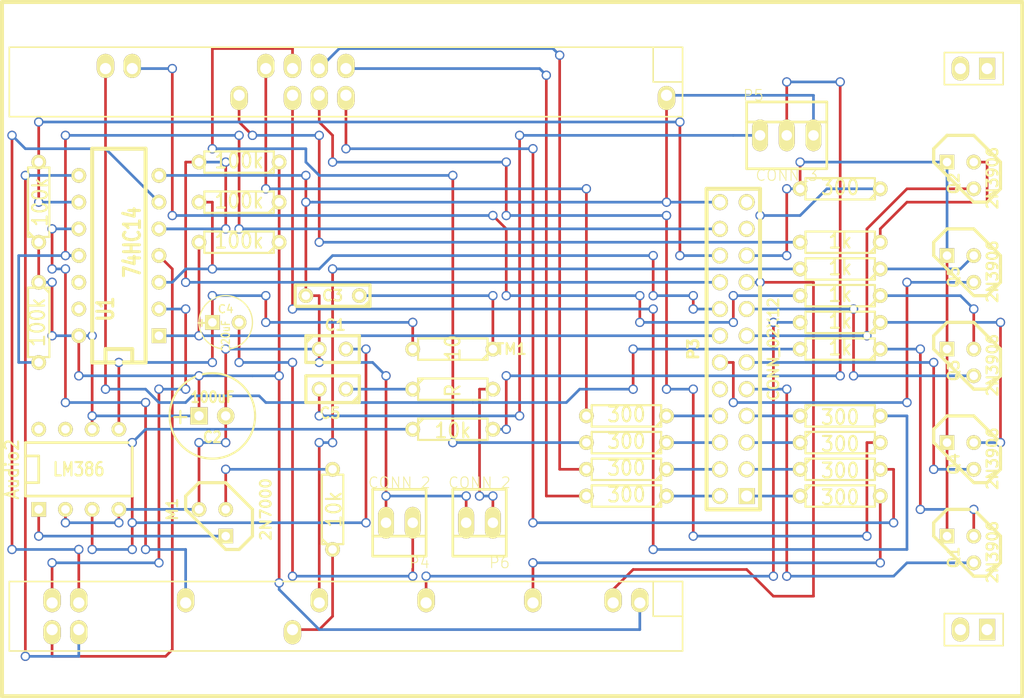
<source format=kicad_pcb>
(kicad_pcb (version 3) (host pcbnew "(2013-07-07 BZR 4022)-stable")

  (general
    (links 86)
    (no_connects 0)
    (area 142.113 89.281 241.273301 159.174501)
    (thickness 1.6)
    (drawings 0)
    (tracks 461)
    (zones 0)
    (modules 41)
    (nets 57)
  )

  (page A3)
  (layers
    (15 F.Cu signal)
    (0 B.Cu signal)
    (16 B.Adhes user)
    (17 F.Adhes user)
    (18 B.Paste user)
    (19 F.Paste user)
    (20 B.SilkS user)
    (21 F.SilkS user)
    (22 B.Mask user)
    (23 F.Mask user)
    (24 Dwgs.User user)
    (25 Cmts.User user)
    (26 Eco1.User user)
    (27 Eco2.User user)
    (28 Edge.Cuts user)
  )

  (setup
    (last_trace_width 0.254)
    (trace_clearance 0.254)
    (zone_clearance 0.508)
    (zone_45_only no)
    (trace_min 0.254)
    (segment_width 0.2)
    (edge_width 0.1)
    (via_size 0.889)
    (via_drill 0.635)
    (via_min_size 0.889)
    (via_min_drill 0.508)
    (uvia_size 0.508)
    (uvia_drill 0.127)
    (uvias_allowed no)
    (uvia_min_size 0.508)
    (uvia_min_drill 0.127)
    (pcb_text_width 0.3)
    (pcb_text_size 1.5 1.5)
    (mod_edge_width 0.15)
    (mod_text_size 1 1)
    (mod_text_width 0.15)
    (pad_size 1.397 1.397)
    (pad_drill 0.889)
    (pad_to_mask_clearance 0)
    (aux_axis_origin 0 0)
    (visible_elements 7FFFFBFF)
    (pcbplotparams
      (layerselection 3178497)
      (usegerberextensions true)
      (excludeedgelayer true)
      (linewidth 0.150000)
      (plotframeref false)
      (viasonmask false)
      (mode 1)
      (useauxorigin false)
      (hpglpennumber 1)
      (hpglpenspeed 20)
      (hpglpendiameter 15)
      (hpglpenoverlay 2)
      (psnegative false)
      (psa4output false)
      (plotreference true)
      (plotvalue true)
      (plotothertext true)
      (plotinvisibletext false)
      (padsonsilk false)
      (subtractmaskfromsilk false)
      (outputformat 1)
      (mirror false)
      (drillshape 1)
      (scaleselection 1)
      (outputdirectory ""))
  )

  (net 0 "")
  (net 1 3V_205)
  (net 2 5V_203)
  (net 3 AudioIn)
  (net 4 AudioJackGrnd)
  (net 5 AudiojackOut)
  (net 6 DIG_COLON)
  (net 7 DIG_H01)
  (net 8 DIG_H10)
  (net 9 DIG_M01)
  (net 10 DIG_M10)
  (net 11 N-0000041)
  (net 12 N-0000042)
  (net 13 N-0000043)
  (net 14 N-0000044)
  (net 15 N-0000045)
  (net 16 N-0000048)
  (net 17 N-0000049)
  (net 18 N-0000050)
  (net 19 N-0000051)
  (net 20 N-0000053)
  (net 21 PC10)
  (net 22 PC6)
  (net 23 PC7)
  (net 24 PC8)
  (net 25 PC9)
  (net 26 PD10)
  (net 27 PD11)
  (net 28 PD6)
  (net 29 PD7)
  (net 30 PD8)
  (net 31 PD9)
  (net 32 PE10)
  (net 33 PE11)
  (net 34 PE12)
  (net 35 PE13)
  (net 36 PE6)
  (net 37 PE7)
  (net 38 PE8)
  (net 39 PE9)
  (net 40 PHOTO-)
  (net 41 S1)
  (net 42 S2)
  (net 43 S3)
  (net 44 S4)
  (net 45 S5)
  (net 46 SEG_A)
  (net 47 SEG_B)
  (net 48 SEG_C)
  (net 49 SEG_D)
  (net 50 SEG_DP)
  (net 51 SEG_E)
  (net 52 SEG_F)
  (net 53 SEG_G)
  (net 54 SPKR+)
  (net 55 VOL+)
  (net 56 VOL_SEL)

  (net_class Default "This is the default net class."
    (clearance 0.254)
    (trace_width 0.254)
    (via_dia 0.889)
    (via_drill 0.635)
    (uvia_dia 0.508)
    (uvia_drill 0.127)
    (add_net "")
    (add_net 3V_205)
    (add_net 5V_203)
    (add_net AudioIn)
    (add_net AudioJackGrnd)
    (add_net AudiojackOut)
    (add_net DIG_COLON)
    (add_net DIG_H01)
    (add_net DIG_H10)
    (add_net DIG_M01)
    (add_net DIG_M10)
    (add_net N-0000041)
    (add_net N-0000042)
    (add_net N-0000043)
    (add_net N-0000044)
    (add_net N-0000045)
    (add_net N-0000048)
    (add_net N-0000049)
    (add_net N-0000050)
    (add_net N-0000051)
    (add_net N-0000053)
    (add_net PC10)
    (add_net PC6)
    (add_net PC7)
    (add_net PC8)
    (add_net PC9)
    (add_net PD10)
    (add_net PD11)
    (add_net PD6)
    (add_net PD7)
    (add_net PD8)
    (add_net PD9)
    (add_net PE10)
    (add_net PE11)
    (add_net PE12)
    (add_net PE13)
    (add_net PE6)
    (add_net PE7)
    (add_net PE8)
    (add_net PE9)
    (add_net PHOTO-)
    (add_net S1)
    (add_net S2)
    (add_net S3)
    (add_net S4)
    (add_net S5)
    (add_net SEG_A)
    (add_net SEG_B)
    (add_net SEG_C)
    (add_net SEG_D)
    (add_net SEG_DP)
    (add_net SEG_E)
    (add_net SEG_F)
    (add_net SEG_G)
    (add_net SPKR+)
    (add_net VOL+)
    (add_net VOL_SEL)
  )

  (module STM32F4DISC (layer F.Cu) (tedit 5583AFFC) (tstamp 5580A0FF)
    (at 191.77 124.46)
    (descr "STM32 F4 Discovery Header")
    (tags "STM32F4 Discovery")
    (path /557DEA42/55807EE7)
    (fp_text reference STM1 (at 0 1.27) (layer F.SilkS)
      (effects (font (size 1.016 1.016) (thickness 0.2032)))
    )
    (fp_text value STM32_F4_DISCOVERY (at 0 -1.27) (layer F.SilkS) hide
      (effects (font (size 1.016 0.889) (thickness 0.2032)))
    )
    (fp_line (start 41.656 -26.924) (end 47.244 -26.924) (layer F.SilkS) (width 0.15))
    (fp_line (start 47.244 -26.924) (end 47.244 -23.876) (layer F.SilkS) (width 0.15))
    (fp_line (start 47.244 -23.876) (end 41.656 -23.876) (layer F.SilkS) (width 0.15))
    (fp_line (start 41.656 -23.876) (end 41.656 -26.924) (layer F.SilkS) (width 0.15))
    (fp_line (start 47.244 26.416) (end 41.656 26.416) (layer F.SilkS) (width 0.15))
    (fp_line (start 41.656 26.416) (end 41.656 29.464) (layer F.SilkS) (width 0.15))
    (fp_line (start 41.656 29.464) (end 47.244 29.464) (layer F.SilkS) (width 0.15))
    (fp_line (start 47.244 29.464) (end 47.244 26.416) (layer F.SilkS) (width 0.15))
    (fp_line (start 13.97 23.368) (end 13.97 26.67) (layer F.SilkS) (width 0.15))
    (fp_line (start 13.97 26.67) (end 16.764 26.67) (layer F.SilkS) (width 0.15))
    (fp_line (start 16.764 23.368) (end -47.244 23.368) (layer F.SilkS) (width 0.15))
    (fp_line (start -47.244 23.368) (end -47.244 29.972) (layer F.SilkS) (width 0.15))
    (fp_line (start -47.244 29.972) (end 16.764 29.972) (layer F.SilkS) (width 0.15))
    (fp_line (start 16.764 29.972) (end 16.764 23.368) (layer F.SilkS) (width 0.15))
    (fp_line (start 13.97 -27.432) (end 13.97 -24.13) (layer F.SilkS) (width 0.15))
    (fp_line (start 13.97 -24.13) (end 16.764 -24.13) (layer F.SilkS) (width 0.15))
    (fp_line (start 16.764 -27.432) (end -47.244 -27.432) (layer F.SilkS) (width 0.15))
    (fp_line (start -47.244 -27.432) (end -47.244 -20.828) (layer F.SilkS) (width 0.15))
    (fp_line (start -47.244 -20.828) (end 16.764 -20.828) (layer F.SilkS) (width 0.15))
    (fp_line (start 16.764 -20.828) (end 16.764 -27.432) (layer F.SilkS) (width 0.15))
    (fp_line (start 49.0588 -31.73) (end -47.9412 -31.73) (layer F.SilkS) (width 0.381))
    (fp_line (start -47.9412 34.27) (end 49.0588 34.27) (layer F.SilkS) (width 0.381))
    (fp_line (start 49.0588 34.27) (end 49.0588 -31.73) (layer F.SilkS) (width 0.381))
    (fp_line (start -47.9412 34.27) (end -47.9412 -31.73) (layer F.SilkS) (width 0.381))
    (pad JP31 thru_hole rect (at 45.7188 27.94) (size 1.524 2.032) (drill 1.0668)
      (layers *.Cu *.Mask F.SilkS)
    )
    (pad JP32 thru_hole oval (at 43.1788 27.94) (size 1.651 2.286) (drill 1.0668)
      (layers *.Cu *.Mask F.SilkS)
    )
    (pad JP22 thru_hole oval (at 43.1788 -25.4) (size 1.651 2.286) (drill 1.0668)
      (layers *.Cu *.Mask F.SilkS)
    )
    (pad JP21 thru_hole rect (at 45.7188 -25.4) (size 1.524 2.032) (drill 1.0668)
      (layers *.Cu *.Mask F.SilkS)
    )
    (pad 1-25 thru_hole oval (at -15.24 -25.4) (size 1.651 2.286) (drill 1.0668 (offset 0 -0.254))
      (layers *.Cu *.Mask F.SilkS)
      (net 37 PE7)
    )
    (pad 1-27 thru_hole oval (at -17.78 -25.4) (size 1.651 2.286) (drill 1.0668 (offset 0 -0.254))
      (layers *.Cu *.Mask F.SilkS)
      (net 39 PE9)
    )
    (pad 1-29 thru_hole oval (at -20.32 -25.4) (size 1.651 2.286) (drill 1.0668 (offset 0 -0.254))
      (layers *.Cu *.Mask F.SilkS)
      (net 33 PE11)
    )
    (pad 1-31 thru_hole oval (at -22.86 -25.4) (size 1.651 2.286) (drill 1.0668 (offset 0 -0.254))
      (layers *.Cu *.Mask F.SilkS)
      (net 35 PE13)
    )
    (pad 1-41 thru_hole oval (at -35.56 -25.4) (size 1.651 2.286) (drill 1.0668 (offset 0 -0.254))
      (layers *.Cu *.Mask F.SilkS)
      (net 31 PD9)
    )
    (pad 1-43 thru_hole oval (at -38.1 -25.4) (size 1.651 2.286) (drill 1.0668 (offset 0 -0.254))
      (layers *.Cu *.Mask F.SilkS)
      (net 27 PD11)
    )
    (pad 1-2 thru_hole oval (at 15.24 -22.86 180) (size 1.651 2.286) (drill 1.0668 (offset 0 -0.254))
      (layers *.Cu *.Mask F.SilkS)
      (net 4 AudioJackGrnd)
    )
    (pad 1-26 thru_hole oval (at -15.24 -22.86 180) (size 1.651 2.286) (drill 1.0668 (offset 0 -0.254))
      (layers *.Cu *.Mask F.SilkS)
      (net 38 PE8)
    )
    (pad 1-28 thru_hole oval (at -17.78 -22.86 180) (size 1.651 2.286) (drill 1.0668 (offset 0 -0.254))
      (layers *.Cu *.Mask F.SilkS)
      (net 32 PE10)
    )
    (pad 1-30 thru_hole oval (at -20.32 -22.86 180) (size 1.651 2.286) (drill 1.0668 (offset 0 -0.254))
      (layers *.Cu *.Mask F.SilkS)
      (net 34 PE12)
    )
    (pad 1-34 thru_hole oval (at -25.4 -22.86 180) (size 1.651 2.286) (drill 1.0668 (offset 0 -0.254))
      (layers *.Cu *.Mask F.SilkS)
      (net 26 PD10)
    )
    (pad 2-3 thru_hole oval (at 12.7 25.4) (size 1.651 2.286) (drill 1.0668 (offset 0 -0.254))
      (layers *.Cu *.Mask F.SilkS)
      (net 2 5V_203)
    )
    (pad 2-5 thru_hole oval (at 10.16 25.4) (size 1.651 2.286) (drill 1.0668 (offset 0 -0.254))
      (layers *.Cu *.Mask F.SilkS)
      (net 1 3V_205)
    )
    (pad 2-11 thru_hole oval (at 2.54 25.4) (size 1.651 2.286) (drill 1.0668 (offset 0 -0.254))
      (layers *.Cu *.Mask F.SilkS)
      (net 36 PE6)
    )
    (pad 2-19 thru_hole oval (at -7.62 25.4) (size 1.651 2.286) (drill 1.0668 (offset 0 -0.254))
      (layers *.Cu *.Mask F.SilkS)
      (net 30 PD8)
    )
    (pad 2-27 thru_hole oval (at -17.78 25.4) (size 1.651 2.286) (drill 1.0668 (offset 0 -0.254))
      (layers *.Cu *.Mask F.SilkS)
      (net 29 PD7)
    )
    (pad 2-37 thru_hole oval (at -30.48 25.4) (size 1.651 2.286) (drill 1.0668 (offset 0 -0.254))
      (layers *.Cu *.Mask F.SilkS)
      (net 21 PC10)
    )
    (pad 2-45 thru_hole oval (at -40.64 25.4) (size 1.651 2.286) (drill 1.0668 (offset 0 -0.254))
      (layers *.Cu *.Mask F.SilkS)
      (net 24 PC8)
    )
    (pad 2-47 thru_hole oval (at -43.18 25.4) (size 1.651 2.286) (drill 1.0668 (offset 0 -0.254))
      (layers *.Cu *.Mask F.SilkS)
      (net 22 PC6)
    )
    (pad 2-30 thru_hole oval (at -20.32 27.94 180) (size 1.651 2.286) (drill 1.0668 (offset 0 -0.254))
      (layers *.Cu *.Mask F.SilkS)
      (net 28 PD6)
    )
    (pad 2-46 thru_hole oval (at -40.64 27.94 180) (size 1.651 2.286) (drill 1.0668 (offset 0 -0.254))
      (layers *.Cu *.Mask F.SilkS)
      (net 25 PC9)
    )
    (pad 2-48 thru_hole oval (at -43.18 27.94 180) (size 1.651 2.286) (drill 1.0668 (offset 0 -0.254))
      (layers *.Cu *.Mask F.SilkS)
      (net 23 PC7)
    )
    (model walter/conn_misc/stm32f4_discovery_header.wrl
      (at (xyz 0 0 0))
      (scale (xyz 1 1 1))
      (rotate (xyz 0 0 0))
    )
  )

  (module TO92DGS (layer F.Cu) (tedit 4469CFF0) (tstamp 5580A030)
    (at 163.83 142.24 270)
    (descr "Transistor TO92 brochage type BC237")
    (tags "TR TO92")
    (path /557B7DE3/55809FE3)
    (fp_text reference M1 (at -1.27 3.81 270) (layer F.SilkS)
      (effects (font (size 1.016 1.016) (thickness 0.2032)))
    )
    (fp_text value 2N7000 (at -1.27 -5.08 270) (layer F.SilkS)
      (effects (font (size 1.016 1.016) (thickness 0.2032)))
    )
    (fp_line (start -1.27 2.54) (end 2.54 -1.27) (layer F.SilkS) (width 0.3048))
    (fp_line (start 2.54 -1.27) (end 2.54 -2.54) (layer F.SilkS) (width 0.3048))
    (fp_line (start 2.54 -2.54) (end 1.27 -3.81) (layer F.SilkS) (width 0.3048))
    (fp_line (start 1.27 -3.81) (end -1.27 -3.81) (layer F.SilkS) (width 0.3048))
    (fp_line (start -1.27 -3.81) (end -3.81 -1.27) (layer F.SilkS) (width 0.3048))
    (fp_line (start -3.81 -1.27) (end -3.81 1.27) (layer F.SilkS) (width 0.3048))
    (fp_line (start -3.81 1.27) (end -2.54 2.54) (layer F.SilkS) (width 0.3048))
    (fp_line (start -2.54 2.54) (end -1.27 2.54) (layer F.SilkS) (width 0.3048))
    (pad D thru_hole rect (at 1.27 -1.27 270) (size 1.397 1.397) (drill 0.8128)
      (layers *.Cu *.Mask F.SilkS)
      (net 20 N-0000053)
    )
    (pad G thru_hole circle (at -1.27 -1.27 270) (size 1.397 1.397) (drill 0.8128)
      (layers *.Cu *.Mask F.SilkS)
      (net 18 N-0000050)
    )
    (pad S thru_hole circle (at -1.27 1.27 270) (size 1.397 1.397) (drill 0.8128)
      (layers *.Cu *.Mask F.SilkS)
      (net 4 AudioJackGrnd)
    )
    (model discret/to98.wrl
      (at (xyz 0 0 0))
      (scale (xyz 1 1 1))
      (rotate (xyz 0 0 0))
    )
  )

  (module TO92-CBE (layer F.Cu) (tedit 4718C200) (tstamp 5580A03F)
    (at 234.95 135.89 270)
    (descr "Transistor TO92 brochage type BC237")
    (tags "TR TO92")
    (path /557B65AF/5580850A)
    (fp_text reference Q4 (at 0.762 0.635 270) (layer F.SilkS)
      (effects (font (size 1.016 1.016) (thickness 0.2032)))
    )
    (fp_text value 2N3906 (at 0.254 -3.048 270) (layer F.SilkS)
      (effects (font (size 1.016 1.016) (thickness 0.2032)))
    )
    (fp_line (start -1.27 2.54) (end 2.54 -1.27) (layer F.SilkS) (width 0.3048))
    (fp_line (start 2.54 -1.27) (end 2.54 -2.54) (layer F.SilkS) (width 0.3048))
    (fp_line (start 2.54 -2.54) (end 1.27 -3.81) (layer F.SilkS) (width 0.3048))
    (fp_line (start 1.27 -3.81) (end -1.27 -3.81) (layer F.SilkS) (width 0.3048))
    (fp_line (start -1.27 -3.81) (end -3.81 -1.27) (layer F.SilkS) (width 0.3048))
    (fp_line (start -3.81 -1.27) (end -3.81 1.27) (layer F.SilkS) (width 0.3048))
    (fp_line (start -3.81 1.27) (end -2.54 2.54) (layer F.SilkS) (width 0.3048))
    (fp_line (start -2.54 2.54) (end -1.27 2.54) (layer F.SilkS) (width 0.3048))
    (pad E thru_hole rect (at -1.27 1.27 270) (size 1.397 1.397) (drill 0.8128)
      (layers *.Cu *.Mask F.SilkS)
      (net 40 PHOTO-)
    )
    (pad B thru_hole circle (at -1.27 -1.27 270) (size 1.397 1.397) (drill 0.8128)
      (layers *.Cu *.Mask F.SilkS)
      (net 14 N-0000044)
    )
    (pad C thru_hole circle (at 1.27 -1.27 270) (size 1.397 1.397) (drill 0.8128)
      (layers *.Cu *.Mask F.SilkS)
      (net 10 DIG_M10)
    )
    (model discret/to98.wrl
      (at (xyz 0 0 0))
      (scale (xyz 1 1 1))
      (rotate (xyz 0 0 0))
    )
  )

  (module TO92-CBE (layer F.Cu) (tedit 4718C200) (tstamp 5580A04E)
    (at 234.95 118.11 270)
    (descr "Transistor TO92 brochage type BC237")
    (tags "TR TO92")
    (path /557B65AF/55808477)
    (fp_text reference Q5 (at 0.762 0.635 270) (layer F.SilkS)
      (effects (font (size 1.016 1.016) (thickness 0.2032)))
    )
    (fp_text value 2N3906 (at 0.254 -3.048 270) (layer F.SilkS)
      (effects (font (size 1.016 1.016) (thickness 0.2032)))
    )
    (fp_line (start -1.27 2.54) (end 2.54 -1.27) (layer F.SilkS) (width 0.3048))
    (fp_line (start 2.54 -1.27) (end 2.54 -2.54) (layer F.SilkS) (width 0.3048))
    (fp_line (start 2.54 -2.54) (end 1.27 -3.81) (layer F.SilkS) (width 0.3048))
    (fp_line (start 1.27 -3.81) (end -1.27 -3.81) (layer F.SilkS) (width 0.3048))
    (fp_line (start -1.27 -3.81) (end -3.81 -1.27) (layer F.SilkS) (width 0.3048))
    (fp_line (start -3.81 -1.27) (end -3.81 1.27) (layer F.SilkS) (width 0.3048))
    (fp_line (start -3.81 1.27) (end -2.54 2.54) (layer F.SilkS) (width 0.3048))
    (fp_line (start -2.54 2.54) (end -1.27 2.54) (layer F.SilkS) (width 0.3048))
    (pad E thru_hole rect (at -1.27 1.27 270) (size 1.397 1.397) (drill 0.8128)
      (layers *.Cu *.Mask F.SilkS)
      (net 40 PHOTO-)
    )
    (pad B thru_hole circle (at -1.27 -1.27 270) (size 1.397 1.397) (drill 0.8128)
      (layers *.Cu *.Mask F.SilkS)
      (net 12 N-0000042)
    )
    (pad C thru_hole circle (at 1.27 -1.27 270) (size 1.397 1.397) (drill 0.8128)
      (layers *.Cu *.Mask F.SilkS)
      (net 9 DIG_M01)
    )
    (model discret/to98.wrl
      (at (xyz 0 0 0))
      (scale (xyz 1 1 1))
      (rotate (xyz 0 0 0))
    )
  )

  (module TO92-CBE (layer F.Cu) (tedit 4718C200) (tstamp 5580A05D)
    (at 234.95 127 270)
    (descr "Transistor TO92 brochage type BC237")
    (tags "TR TO92")
    (path /557B65AF/55808471)
    (fp_text reference Q3 (at 0.762 0.635 270) (layer F.SilkS)
      (effects (font (size 1.016 1.016) (thickness 0.2032)))
    )
    (fp_text value 2N3906 (at 0.254 -3.048 270) (layer F.SilkS)
      (effects (font (size 1.016 1.016) (thickness 0.2032)))
    )
    (fp_line (start -1.27 2.54) (end 2.54 -1.27) (layer F.SilkS) (width 0.3048))
    (fp_line (start 2.54 -1.27) (end 2.54 -2.54) (layer F.SilkS) (width 0.3048))
    (fp_line (start 2.54 -2.54) (end 1.27 -3.81) (layer F.SilkS) (width 0.3048))
    (fp_line (start 1.27 -3.81) (end -1.27 -3.81) (layer F.SilkS) (width 0.3048))
    (fp_line (start -1.27 -3.81) (end -3.81 -1.27) (layer F.SilkS) (width 0.3048))
    (fp_line (start -3.81 -1.27) (end -3.81 1.27) (layer F.SilkS) (width 0.3048))
    (fp_line (start -3.81 1.27) (end -2.54 2.54) (layer F.SilkS) (width 0.3048))
    (fp_line (start -2.54 2.54) (end -1.27 2.54) (layer F.SilkS) (width 0.3048))
    (pad E thru_hole rect (at -1.27 1.27 270) (size 1.397 1.397) (drill 0.8128)
      (layers *.Cu *.Mask F.SilkS)
      (net 40 PHOTO-)
    )
    (pad B thru_hole circle (at -1.27 -1.27 270) (size 1.397 1.397) (drill 0.8128)
      (layers *.Cu *.Mask F.SilkS)
      (net 15 N-0000045)
    )
    (pad C thru_hole circle (at 1.27 -1.27 270) (size 1.397 1.397) (drill 0.8128)
      (layers *.Cu *.Mask F.SilkS)
      (net 6 DIG_COLON)
    )
    (model discret/to98.wrl
      (at (xyz 0 0 0))
      (scale (xyz 1 1 1))
      (rotate (xyz 0 0 0))
    )
  )

  (module TO92-CBE (layer F.Cu) (tedit 4718C200) (tstamp 5580A06C)
    (at 234.95 144.78 270)
    (descr "Transistor TO92 brochage type BC237")
    (tags "TR TO92")
    (path /557B65AF/55808464)
    (fp_text reference Q1 (at 0.762 0.635 270) (layer F.SilkS)
      (effects (font (size 1.016 1.016) (thickness 0.2032)))
    )
    (fp_text value 2N3906 (at 0.254 -3.048 270) (layer F.SilkS)
      (effects (font (size 1.016 1.016) (thickness 0.2032)))
    )
    (fp_line (start -1.27 2.54) (end 2.54 -1.27) (layer F.SilkS) (width 0.3048))
    (fp_line (start 2.54 -1.27) (end 2.54 -2.54) (layer F.SilkS) (width 0.3048))
    (fp_line (start 2.54 -2.54) (end 1.27 -3.81) (layer F.SilkS) (width 0.3048))
    (fp_line (start 1.27 -3.81) (end -1.27 -3.81) (layer F.SilkS) (width 0.3048))
    (fp_line (start -1.27 -3.81) (end -3.81 -1.27) (layer F.SilkS) (width 0.3048))
    (fp_line (start -3.81 -1.27) (end -3.81 1.27) (layer F.SilkS) (width 0.3048))
    (fp_line (start -3.81 1.27) (end -2.54 2.54) (layer F.SilkS) (width 0.3048))
    (fp_line (start -2.54 2.54) (end -1.27 2.54) (layer F.SilkS) (width 0.3048))
    (pad E thru_hole rect (at -1.27 1.27 270) (size 1.397 1.397) (drill 0.8128)
      (layers *.Cu *.Mask F.SilkS)
      (net 40 PHOTO-)
    )
    (pad B thru_hole circle (at -1.27 -1.27 270) (size 1.397 1.397) (drill 0.8128)
      (layers *.Cu *.Mask F.SilkS)
      (net 13 N-0000043)
    )
    (pad C thru_hole circle (at 1.27 -1.27 270) (size 1.397 1.397) (drill 0.8128)
      (layers *.Cu *.Mask F.SilkS)
      (net 8 DIG_H10)
    )
    (model discret/to98.wrl
      (at (xyz 0 0 0))
      (scale (xyz 1 1 1))
      (rotate (xyz 0 0 0))
    )
  )

  (module TO92-CBE (layer F.Cu) (tedit 4718C200) (tstamp 5580A07B)
    (at 234.95 109.22 270)
    (descr "Transistor TO92 brochage type BC237")
    (tags "TR TO92")
    (path /557B65AF/55808443)
    (fp_text reference Q2 (at 0.762 0.635 270) (layer F.SilkS)
      (effects (font (size 1.016 1.016) (thickness 0.2032)))
    )
    (fp_text value 2N3906 (at 0.254 -3.048 270) (layer F.SilkS)
      (effects (font (size 1.016 1.016) (thickness 0.2032)))
    )
    (fp_line (start -1.27 2.54) (end 2.54 -1.27) (layer F.SilkS) (width 0.3048))
    (fp_line (start 2.54 -1.27) (end 2.54 -2.54) (layer F.SilkS) (width 0.3048))
    (fp_line (start 2.54 -2.54) (end 1.27 -3.81) (layer F.SilkS) (width 0.3048))
    (fp_line (start 1.27 -3.81) (end -1.27 -3.81) (layer F.SilkS) (width 0.3048))
    (fp_line (start -1.27 -3.81) (end -3.81 -1.27) (layer F.SilkS) (width 0.3048))
    (fp_line (start -3.81 -1.27) (end -3.81 1.27) (layer F.SilkS) (width 0.3048))
    (fp_line (start -3.81 1.27) (end -2.54 2.54) (layer F.SilkS) (width 0.3048))
    (fp_line (start -2.54 2.54) (end -1.27 2.54) (layer F.SilkS) (width 0.3048))
    (pad E thru_hole rect (at -1.27 1.27 270) (size 1.397 1.397) (drill 0.8128)
      (layers *.Cu *.Mask F.SilkS)
      (net 40 PHOTO-)
    )
    (pad B thru_hole circle (at -1.27 -1.27 270) (size 1.397 1.397) (drill 0.8128)
      (layers *.Cu *.Mask F.SilkS)
      (net 11 N-0000041)
    )
    (pad C thru_hole circle (at 1.27 -1.27 270) (size 1.397 1.397) (drill 0.8128)
      (layers *.Cu *.Mask F.SilkS)
      (net 7 DIG_H01)
    )
    (model discret/to98.wrl
      (at (xyz 0 0 0))
      (scale (xyz 1 1 1))
      (rotate (xyz 0 0 0))
    )
  )

  (module R3 (layer F.Cu) (tedit 4E4C0E65) (tstamp 5580A10D)
    (at 223.52 120.65 180)
    (descr "Resitance 3 pas")
    (tags R)
    (path /557B65AF/557F2DCB)
    (autoplace_cost180 10)
    (fp_text reference R21 (at 0 0.127 180) (layer F.SilkS) hide
      (effects (font (size 1.397 1.27) (thickness 0.2032)))
    )
    (fp_text value 1k (at 0 0.127 180) (layer F.SilkS)
      (effects (font (size 1.397 1.27) (thickness 0.2032)))
    )
    (fp_line (start -3.81 0) (end -3.302 0) (layer F.SilkS) (width 0.2032))
    (fp_line (start 3.81 0) (end 3.302 0) (layer F.SilkS) (width 0.2032))
    (fp_line (start 3.302 0) (end 3.302 -1.016) (layer F.SilkS) (width 0.2032))
    (fp_line (start 3.302 -1.016) (end -3.302 -1.016) (layer F.SilkS) (width 0.2032))
    (fp_line (start -3.302 -1.016) (end -3.302 1.016) (layer F.SilkS) (width 0.2032))
    (fp_line (start -3.302 1.016) (end 3.302 1.016) (layer F.SilkS) (width 0.2032))
    (fp_line (start 3.302 1.016) (end 3.302 0) (layer F.SilkS) (width 0.2032))
    (fp_line (start -3.302 -0.508) (end -2.794 -1.016) (layer F.SilkS) (width 0.2032))
    (pad 1 thru_hole circle (at -3.81 0 180) (size 1.397 1.397) (drill 0.8128)
      (layers *.Cu *.Mask F.SilkS)
      (net 15 N-0000045)
    )
    (pad 2 thru_hole circle (at 3.81 0 180) (size 1.397 1.397) (drill 0.8128)
      (layers *.Cu *.Mask F.SilkS)
      (net 31 PD9)
    )
    (model discret/resistor.wrl
      (at (xyz 0 0 0))
      (scale (xyz 0.3 0.3 0.3))
      (rotate (xyz 0 0 0))
    )
  )

  (module R3 (layer F.Cu) (tedit 4E4C0E65) (tstamp 5580A11B)
    (at 166.37 115.57 180)
    (descr "Resitance 3 pas")
    (tags R)
    (path /557DFB99/557DFC47)
    (autoplace_cost180 10)
    (fp_text reference R14 (at 0 0.127 180) (layer F.SilkS) hide
      (effects (font (size 1.397 1.27) (thickness 0.2032)))
    )
    (fp_text value 100k (at 0 0.127 180) (layer F.SilkS)
      (effects (font (size 1.397 1.27) (thickness 0.2032)))
    )
    (fp_line (start -3.81 0) (end -3.302 0) (layer F.SilkS) (width 0.2032))
    (fp_line (start 3.81 0) (end 3.302 0) (layer F.SilkS) (width 0.2032))
    (fp_line (start 3.302 0) (end 3.302 -1.016) (layer F.SilkS) (width 0.2032))
    (fp_line (start 3.302 -1.016) (end -3.302 -1.016) (layer F.SilkS) (width 0.2032))
    (fp_line (start -3.302 -1.016) (end -3.302 1.016) (layer F.SilkS) (width 0.2032))
    (fp_line (start -3.302 1.016) (end 3.302 1.016) (layer F.SilkS) (width 0.2032))
    (fp_line (start 3.302 1.016) (end 3.302 0) (layer F.SilkS) (width 0.2032))
    (fp_line (start -3.302 -0.508) (end -2.794 -1.016) (layer F.SilkS) (width 0.2032))
    (pad 1 thru_hole circle (at -3.81 0 180) (size 1.397 1.397) (drill 0.8128)
      (layers *.Cu *.Mask F.SilkS)
      (net 2 5V_203)
    )
    (pad 2 thru_hole circle (at 3.81 0 180) (size 1.397 1.397) (drill 0.8128)
      (layers *.Cu *.Mask F.SilkS)
      (net 41 S1)
    )
    (model discret/resistor.wrl
      (at (xyz 0 0 0))
      (scale (xyz 0.3 0.3 0.3))
      (rotate (xyz 0 0 0))
    )
  )

  (module R3 (layer F.Cu) (tedit 55812022) (tstamp 5580A129)
    (at 223.52 134.62)
    (descr "Resitance 3 pas")
    (tags R)
    (path /557B65AF/557B7BA6)
    (autoplace_cost180 10)
    (fp_text reference R6 (at 0 0.127) (layer F.SilkS) hide
      (effects (font (size 1.397 1.27) (thickness 0.2032)))
    )
    (fp_text value 300 (at 0 0.127) (layer F.SilkS)
      (effects (font (size 1.397 1.27) (thickness 0.2032)))
    )
    (fp_line (start -3.81 0) (end -3.302 0) (layer F.SilkS) (width 0.2032))
    (fp_line (start 3.81 0) (end 3.302 0) (layer F.SilkS) (width 0.2032))
    (fp_line (start 3.302 0) (end 3.302 -1.016) (layer F.SilkS) (width 0.2032))
    (fp_line (start 3.302 -1.016) (end -3.302 -1.016) (layer F.SilkS) (width 0.2032))
    (fp_line (start -3.302 -1.016) (end -3.302 1.016) (layer F.SilkS) (width 0.2032))
    (fp_line (start -3.302 1.016) (end 3.302 1.016) (layer F.SilkS) (width 0.2032))
    (fp_line (start 3.302 1.016) (end 3.302 0) (layer F.SilkS) (width 0.2032))
    (fp_line (start -3.302 -0.508) (end -2.794 -1.016) (layer F.SilkS) (width 0.2032))
    (pad 1 thru_hole circle (at -3.81 0) (size 1.397 1.397) (drill 0.8128)
      (layers *.Cu *.Mask F.SilkS)
      (net 51 SEG_E)
    )
    (pad 2 thru_hole circle (at 3.81 0) (size 1.397 1.397) (drill 0.8128)
      (layers *.Cu *.Mask F.SilkS)
      (net 32 PE10)
    )
    (model discret/resistor.wrl
      (at (xyz 0 0 0))
      (scale (xyz 0.3 0.3 0.3))
      (rotate (xyz 0 0 0))
    )
  )

  (module R3 (layer F.Cu) (tedit 4E4C0E65) (tstamp 5580A137)
    (at 203.2 134.62 180)
    (descr "Resitance 3 pas")
    (tags R)
    (path /557B65AF/557B7BAC)
    (autoplace_cost180 10)
    (fp_text reference R7 (at 0 0.127 180) (layer F.SilkS) hide
      (effects (font (size 1.397 1.27) (thickness 0.2032)))
    )
    (fp_text value 300 (at 0 0.127 180) (layer F.SilkS)
      (effects (font (size 1.397 1.27) (thickness 0.2032)))
    )
    (fp_line (start -3.81 0) (end -3.302 0) (layer F.SilkS) (width 0.2032))
    (fp_line (start 3.81 0) (end 3.302 0) (layer F.SilkS) (width 0.2032))
    (fp_line (start 3.302 0) (end 3.302 -1.016) (layer F.SilkS) (width 0.2032))
    (fp_line (start 3.302 -1.016) (end -3.302 -1.016) (layer F.SilkS) (width 0.2032))
    (fp_line (start -3.302 -1.016) (end -3.302 1.016) (layer F.SilkS) (width 0.2032))
    (fp_line (start -3.302 1.016) (end 3.302 1.016) (layer F.SilkS) (width 0.2032))
    (fp_line (start 3.302 1.016) (end 3.302 0) (layer F.SilkS) (width 0.2032))
    (fp_line (start -3.302 -0.508) (end -2.794 -1.016) (layer F.SilkS) (width 0.2032))
    (pad 1 thru_hole circle (at -3.81 0 180) (size 1.397 1.397) (drill 0.8128)
      (layers *.Cu *.Mask F.SilkS)
      (net 52 SEG_F)
    )
    (pad 2 thru_hole circle (at 3.81 0 180) (size 1.397 1.397) (drill 0.8128)
      (layers *.Cu *.Mask F.SilkS)
      (net 33 PE11)
    )
    (model discret/resistor.wrl
      (at (xyz 0 0 0))
      (scale (xyz 0.3 0.3 0.3))
      (rotate (xyz 0 0 0))
    )
  )

  (module R3 (layer F.Cu) (tedit 4E4C0E65) (tstamp 5580A145)
    (at 223.52 132.08)
    (descr "Resitance 3 pas")
    (tags R)
    (path /557B65AF/557B7BB2)
    (autoplace_cost180 10)
    (fp_text reference R9 (at 0 0.127) (layer F.SilkS) hide
      (effects (font (size 1.397 1.27) (thickness 0.2032)))
    )
    (fp_text value 300 (at 0 0.127) (layer F.SilkS)
      (effects (font (size 1.397 1.27) (thickness 0.2032)))
    )
    (fp_line (start -3.81 0) (end -3.302 0) (layer F.SilkS) (width 0.2032))
    (fp_line (start 3.81 0) (end 3.302 0) (layer F.SilkS) (width 0.2032))
    (fp_line (start 3.302 0) (end 3.302 -1.016) (layer F.SilkS) (width 0.2032))
    (fp_line (start 3.302 -1.016) (end -3.302 -1.016) (layer F.SilkS) (width 0.2032))
    (fp_line (start -3.302 -1.016) (end -3.302 1.016) (layer F.SilkS) (width 0.2032))
    (fp_line (start -3.302 1.016) (end 3.302 1.016) (layer F.SilkS) (width 0.2032))
    (fp_line (start 3.302 1.016) (end 3.302 0) (layer F.SilkS) (width 0.2032))
    (fp_line (start -3.302 -0.508) (end -2.794 -1.016) (layer F.SilkS) (width 0.2032))
    (pad 1 thru_hole circle (at -3.81 0) (size 1.397 1.397) (drill 0.8128)
      (layers *.Cu *.Mask F.SilkS)
      (net 53 SEG_G)
    )
    (pad 2 thru_hole circle (at 3.81 0) (size 1.397 1.397) (drill 0.8128)
      (layers *.Cu *.Mask F.SilkS)
      (net 34 PE12)
    )
    (model discret/resistor.wrl
      (at (xyz 0 0 0))
      (scale (xyz 0.3 0.3 0.3))
      (rotate (xyz 0 0 0))
    )
  )

  (module R3 (layer F.Cu) (tedit 4E4C0E65) (tstamp 5580A153)
    (at 203.2 132.08 180)
    (descr "Resitance 3 pas")
    (tags R)
    (path /557B65AF/557B7BB8)
    (autoplace_cost180 10)
    (fp_text reference R10 (at 0 0.127 180) (layer F.SilkS) hide
      (effects (font (size 1.397 1.27) (thickness 0.2032)))
    )
    (fp_text value 300 (at 0 0.127 180) (layer F.SilkS)
      (effects (font (size 1.397 1.27) (thickness 0.2032)))
    )
    (fp_line (start -3.81 0) (end -3.302 0) (layer F.SilkS) (width 0.2032))
    (fp_line (start 3.81 0) (end 3.302 0) (layer F.SilkS) (width 0.2032))
    (fp_line (start 3.302 0) (end 3.302 -1.016) (layer F.SilkS) (width 0.2032))
    (fp_line (start 3.302 -1.016) (end -3.302 -1.016) (layer F.SilkS) (width 0.2032))
    (fp_line (start -3.302 -1.016) (end -3.302 1.016) (layer F.SilkS) (width 0.2032))
    (fp_line (start -3.302 1.016) (end 3.302 1.016) (layer F.SilkS) (width 0.2032))
    (fp_line (start 3.302 1.016) (end 3.302 0) (layer F.SilkS) (width 0.2032))
    (fp_line (start -3.302 -0.508) (end -2.794 -1.016) (layer F.SilkS) (width 0.2032))
    (pad 1 thru_hole circle (at -3.81 0 180) (size 1.397 1.397) (drill 0.8128)
      (layers *.Cu *.Mask F.SilkS)
      (net 50 SEG_DP)
    )
    (pad 2 thru_hole circle (at 3.81 0 180) (size 1.397 1.397) (drill 0.8128)
      (layers *.Cu *.Mask F.SilkS)
      (net 35 PE13)
    )
    (model discret/resistor.wrl
      (at (xyz 0 0 0))
      (scale (xyz 0.3 0.3 0.3))
      (rotate (xyz 0 0 0))
    )
  )

  (module R3 (layer F.Cu) (tedit 4E4C0E65) (tstamp 5580A161)
    (at 223.52 118.11 180)
    (descr "Resitance 3 pas")
    (tags R)
    (path /557B65AF/557F2DB2)
    (autoplace_cost180 10)
    (fp_text reference R23 (at 0 0.127 180) (layer F.SilkS) hide
      (effects (font (size 1.397 1.27) (thickness 0.2032)))
    )
    (fp_text value 1k (at 0 0.127 180) (layer F.SilkS)
      (effects (font (size 1.397 1.27) (thickness 0.2032)))
    )
    (fp_line (start -3.81 0) (end -3.302 0) (layer F.SilkS) (width 0.2032))
    (fp_line (start 3.81 0) (end 3.302 0) (layer F.SilkS) (width 0.2032))
    (fp_line (start 3.302 0) (end 3.302 -1.016) (layer F.SilkS) (width 0.2032))
    (fp_line (start 3.302 -1.016) (end -3.302 -1.016) (layer F.SilkS) (width 0.2032))
    (fp_line (start -3.302 -1.016) (end -3.302 1.016) (layer F.SilkS) (width 0.2032))
    (fp_line (start -3.302 1.016) (end 3.302 1.016) (layer F.SilkS) (width 0.2032))
    (fp_line (start 3.302 1.016) (end 3.302 0) (layer F.SilkS) (width 0.2032))
    (fp_line (start -3.302 -0.508) (end -2.794 -1.016) (layer F.SilkS) (width 0.2032))
    (pad 1 thru_hole circle (at -3.81 0 180) (size 1.397 1.397) (drill 0.8128)
      (layers *.Cu *.Mask F.SilkS)
      (net 12 N-0000042)
    )
    (pad 2 thru_hole circle (at 3.81 0 180) (size 1.397 1.397) (drill 0.8128)
      (layers *.Cu *.Mask F.SilkS)
      (net 29 PD7)
    )
    (model discret/resistor.wrl
      (at (xyz 0 0 0))
      (scale (xyz 0.3 0.3 0.3))
      (rotate (xyz 0 0 0))
    )
  )

  (module R3 (layer F.Cu) (tedit 4E4C0E65) (tstamp 5580A16F)
    (at 223.52 125.73 180)
    (descr "Resitance 3 pas")
    (tags R)
    (path /557B65AF/557F2DBF)
    (autoplace_cost180 10)
    (fp_text reference R3 (at 0 0.127 180) (layer F.SilkS) hide
      (effects (font (size 1.397 1.27) (thickness 0.2032)))
    )
    (fp_text value 1k (at 0 0.127 180) (layer F.SilkS)
      (effects (font (size 1.397 1.27) (thickness 0.2032)))
    )
    (fp_line (start -3.81 0) (end -3.302 0) (layer F.SilkS) (width 0.2032))
    (fp_line (start 3.81 0) (end 3.302 0) (layer F.SilkS) (width 0.2032))
    (fp_line (start 3.302 0) (end 3.302 -1.016) (layer F.SilkS) (width 0.2032))
    (fp_line (start 3.302 -1.016) (end -3.302 -1.016) (layer F.SilkS) (width 0.2032))
    (fp_line (start -3.302 -1.016) (end -3.302 1.016) (layer F.SilkS) (width 0.2032))
    (fp_line (start -3.302 1.016) (end 3.302 1.016) (layer F.SilkS) (width 0.2032))
    (fp_line (start 3.302 1.016) (end 3.302 0) (layer F.SilkS) (width 0.2032))
    (fp_line (start -3.302 -0.508) (end -2.794 -1.016) (layer F.SilkS) (width 0.2032))
    (pad 1 thru_hole circle (at -3.81 0 180) (size 1.397 1.397) (drill 0.8128)
      (layers *.Cu *.Mask F.SilkS)
      (net 13 N-0000043)
    )
    (pad 2 thru_hole circle (at 3.81 0 180) (size 1.397 1.397) (drill 0.8128)
      (layers *.Cu *.Mask F.SilkS)
      (net 27 PD11)
    )
    (model discret/resistor.wrl
      (at (xyz 0 0 0))
      (scale (xyz 0.3 0.3 0.3))
      (rotate (xyz 0 0 0))
    )
  )

  (module R3 (layer F.Cu) (tedit 4E4C0E65) (tstamp 5580A17D)
    (at 223.52 123.19 180)
    (descr "Resitance 3 pas")
    (tags R)
    (path /557B65AF/557F2DC5)
    (autoplace_cost180 10)
    (fp_text reference R22 (at 0 0.127 180) (layer F.SilkS) hide
      (effects (font (size 1.397 1.27) (thickness 0.2032)))
    )
    (fp_text value 1k (at 0 0.127 180) (layer F.SilkS)
      (effects (font (size 1.397 1.27) (thickness 0.2032)))
    )
    (fp_line (start -3.81 0) (end -3.302 0) (layer F.SilkS) (width 0.2032))
    (fp_line (start 3.81 0) (end 3.302 0) (layer F.SilkS) (width 0.2032))
    (fp_line (start 3.302 0) (end 3.302 -1.016) (layer F.SilkS) (width 0.2032))
    (fp_line (start 3.302 -1.016) (end -3.302 -1.016) (layer F.SilkS) (width 0.2032))
    (fp_line (start -3.302 -1.016) (end -3.302 1.016) (layer F.SilkS) (width 0.2032))
    (fp_line (start -3.302 1.016) (end 3.302 1.016) (layer F.SilkS) (width 0.2032))
    (fp_line (start 3.302 1.016) (end 3.302 0) (layer F.SilkS) (width 0.2032))
    (fp_line (start -3.302 -0.508) (end -2.794 -1.016) (layer F.SilkS) (width 0.2032))
    (pad 1 thru_hole circle (at -3.81 0 180) (size 1.397 1.397) (drill 0.8128)
      (layers *.Cu *.Mask F.SilkS)
      (net 14 N-0000044)
    )
    (pad 2 thru_hole circle (at 3.81 0 180) (size 1.397 1.397) (drill 0.8128)
      (layers *.Cu *.Mask F.SilkS)
      (net 30 PD8)
    )
    (model discret/resistor.wrl
      (at (xyz 0 0 0))
      (scale (xyz 0.3 0.3 0.3))
      (rotate (xyz 0 0 0))
    )
  )

  (module R3 (layer F.Cu) (tedit 4E4C0E65) (tstamp 5580A18B)
    (at 203.2 137.16 180)
    (descr "Resitance 3 pas")
    (tags R)
    (path /557B65AF/557B7BA0)
    (autoplace_cost180 10)
    (fp_text reference R5 (at 0 0.127 180) (layer F.SilkS) hide
      (effects (font (size 1.397 1.27) (thickness 0.2032)))
    )
    (fp_text value 300 (at 0 0.127 180) (layer F.SilkS)
      (effects (font (size 1.397 1.27) (thickness 0.2032)))
    )
    (fp_line (start -3.81 0) (end -3.302 0) (layer F.SilkS) (width 0.2032))
    (fp_line (start 3.81 0) (end 3.302 0) (layer F.SilkS) (width 0.2032))
    (fp_line (start 3.302 0) (end 3.302 -1.016) (layer F.SilkS) (width 0.2032))
    (fp_line (start 3.302 -1.016) (end -3.302 -1.016) (layer F.SilkS) (width 0.2032))
    (fp_line (start -3.302 -1.016) (end -3.302 1.016) (layer F.SilkS) (width 0.2032))
    (fp_line (start -3.302 1.016) (end 3.302 1.016) (layer F.SilkS) (width 0.2032))
    (fp_line (start 3.302 1.016) (end 3.302 0) (layer F.SilkS) (width 0.2032))
    (fp_line (start -3.302 -0.508) (end -2.794 -1.016) (layer F.SilkS) (width 0.2032))
    (pad 1 thru_hole circle (at -3.81 0 180) (size 1.397 1.397) (drill 0.8128)
      (layers *.Cu *.Mask F.SilkS)
      (net 49 SEG_D)
    )
    (pad 2 thru_hole circle (at 3.81 0 180) (size 1.397 1.397) (drill 0.8128)
      (layers *.Cu *.Mask F.SilkS)
      (net 39 PE9)
    )
    (model discret/resistor.wrl
      (at (xyz 0 0 0))
      (scale (xyz 0.3 0.3 0.3))
      (rotate (xyz 0 0 0))
    )
  )

  (module R3 (layer F.Cu) (tedit 4E4C0E65) (tstamp 5580A199)
    (at 223.52 115.57 180)
    (descr "Resitance 3 pas")
    (tags R)
    (path /557B65AF/557F2DD1)
    (autoplace_cost180 10)
    (fp_text reference R20 (at 0 0.127 180) (layer F.SilkS) hide
      (effects (font (size 1.397 1.27) (thickness 0.2032)))
    )
    (fp_text value 1k (at 0 0.127 180) (layer F.SilkS)
      (effects (font (size 1.397 1.27) (thickness 0.2032)))
    )
    (fp_line (start -3.81 0) (end -3.302 0) (layer F.SilkS) (width 0.2032))
    (fp_line (start 3.81 0) (end 3.302 0) (layer F.SilkS) (width 0.2032))
    (fp_line (start 3.302 0) (end 3.302 -1.016) (layer F.SilkS) (width 0.2032))
    (fp_line (start 3.302 -1.016) (end -3.302 -1.016) (layer F.SilkS) (width 0.2032))
    (fp_line (start -3.302 -1.016) (end -3.302 1.016) (layer F.SilkS) (width 0.2032))
    (fp_line (start -3.302 1.016) (end 3.302 1.016) (layer F.SilkS) (width 0.2032))
    (fp_line (start 3.302 1.016) (end 3.302 0) (layer F.SilkS) (width 0.2032))
    (fp_line (start -3.302 -0.508) (end -2.794 -1.016) (layer F.SilkS) (width 0.2032))
    (pad 1 thru_hole circle (at -3.81 0 180) (size 1.397 1.397) (drill 0.8128)
      (layers *.Cu *.Mask F.SilkS)
      (net 11 N-0000041)
    )
    (pad 2 thru_hole circle (at 3.81 0 180) (size 1.397 1.397) (drill 0.8128)
      (layers *.Cu *.Mask F.SilkS)
      (net 26 PD10)
    )
    (model discret/resistor.wrl
      (at (xyz 0 0 0))
      (scale (xyz 0.3 0.3 0.3))
      (rotate (xyz 0 0 0))
    )
  )

  (module R3 (layer F.Cu) (tedit 5580A16E) (tstamp 5580A1A7)
    (at 186.69 129.54)
    (descr "Resitance 3 pas")
    (tags R)
    (path /557DEA42/557F4CDA)
    (autoplace_cost180 10)
    (fp_text reference R19 (at 0 0.127) (layer F.SilkS) hide
      (effects (font (size 1.397 1.27) (thickness 0.2032)))
    )
    (fp_text value R (at 0 0.127 270) (layer F.SilkS)
      (effects (font (size 1.397 1.27) (thickness 0.2032)))
    )
    (fp_line (start -3.81 0) (end -3.302 0) (layer F.SilkS) (width 0.2032))
    (fp_line (start 3.81 0) (end 3.302 0) (layer F.SilkS) (width 0.2032))
    (fp_line (start 3.302 0) (end 3.302 -1.016) (layer F.SilkS) (width 0.2032))
    (fp_line (start 3.302 -1.016) (end -3.302 -1.016) (layer F.SilkS) (width 0.2032))
    (fp_line (start -3.302 -1.016) (end -3.302 1.016) (layer F.SilkS) (width 0.2032))
    (fp_line (start -3.302 1.016) (end 3.302 1.016) (layer F.SilkS) (width 0.2032))
    (fp_line (start 3.302 1.016) (end 3.302 0) (layer F.SilkS) (width 0.2032))
    (fp_line (start -3.302 -0.508) (end -2.794 -1.016) (layer F.SilkS) (width 0.2032))
    (pad 1 thru_hole circle (at -3.81 0) (size 1.397 1.397) (drill 0.8128)
      (layers *.Cu *.Mask F.SilkS)
      (net 3 AudioIn)
    )
    (pad 2 thru_hole circle (at 3.81 0) (size 1.397 1.397) (drill 0.8128)
      (layers *.Cu *.Mask F.SilkS)
      (net 5 AudiojackOut)
    )
    (model discret/resistor.wrl
      (at (xyz 0 0 0))
      (scale (xyz 0.3 0.3 0.3))
      (rotate (xyz 0 0 0))
    )
  )

  (module R3 (layer F.Cu) (tedit 4E4C0E65) (tstamp 5580A1B5)
    (at 175.26 140.97 90)
    (descr "Resitance 3 pas")
    (tags R)
    (path /557B7DE3/557BA3B3)
    (autoplace_cost180 10)
    (fp_text reference R12 (at 0 0.127 90) (layer F.SilkS) hide
      (effects (font (size 1.397 1.27) (thickness 0.2032)))
    )
    (fp_text value 10k (at 0 0.127 90) (layer F.SilkS)
      (effects (font (size 1.397 1.27) (thickness 0.2032)))
    )
    (fp_line (start -3.81 0) (end -3.302 0) (layer F.SilkS) (width 0.2032))
    (fp_line (start 3.81 0) (end 3.302 0) (layer F.SilkS) (width 0.2032))
    (fp_line (start 3.302 0) (end 3.302 -1.016) (layer F.SilkS) (width 0.2032))
    (fp_line (start 3.302 -1.016) (end -3.302 -1.016) (layer F.SilkS) (width 0.2032))
    (fp_line (start -3.302 -1.016) (end -3.302 1.016) (layer F.SilkS) (width 0.2032))
    (fp_line (start -3.302 1.016) (end 3.302 1.016) (layer F.SilkS) (width 0.2032))
    (fp_line (start 3.302 1.016) (end 3.302 0) (layer F.SilkS) (width 0.2032))
    (fp_line (start -3.302 -0.508) (end -2.794 -1.016) (layer F.SilkS) (width 0.2032))
    (pad 1 thru_hole circle (at -3.81 0 90) (size 1.397 1.397) (drill 0.8128)
      (layers *.Cu *.Mask F.SilkS)
      (net 28 PD6)
    )
    (pad 2 thru_hole circle (at 3.81 0 90) (size 1.397 1.397) (drill 0.8128)
      (layers *.Cu *.Mask F.SilkS)
      (net 18 N-0000050)
    )
    (model discret/resistor.wrl
      (at (xyz 0 0 0))
      (scale (xyz 0.3 0.3 0.3))
      (rotate (xyz 0 0 0))
    )
  )

  (module R3 (layer F.Cu) (tedit 4E4C0E65) (tstamp 5580A1C3)
    (at 166.37 111.76 180)
    (descr "Resitance 3 pas")
    (tags R)
    (path /557DFB99/557DFEC6)
    (autoplace_cost180 10)
    (fp_text reference R15 (at 0 0.127 180) (layer F.SilkS) hide
      (effects (font (size 1.397 1.27) (thickness 0.2032)))
    )
    (fp_text value 100k (at 0 0.127 180) (layer F.SilkS)
      (effects (font (size 1.397 1.27) (thickness 0.2032)))
    )
    (fp_line (start -3.81 0) (end -3.302 0) (layer F.SilkS) (width 0.2032))
    (fp_line (start 3.81 0) (end 3.302 0) (layer F.SilkS) (width 0.2032))
    (fp_line (start 3.302 0) (end 3.302 -1.016) (layer F.SilkS) (width 0.2032))
    (fp_line (start 3.302 -1.016) (end -3.302 -1.016) (layer F.SilkS) (width 0.2032))
    (fp_line (start -3.302 -1.016) (end -3.302 1.016) (layer F.SilkS) (width 0.2032))
    (fp_line (start -3.302 1.016) (end 3.302 1.016) (layer F.SilkS) (width 0.2032))
    (fp_line (start 3.302 1.016) (end 3.302 0) (layer F.SilkS) (width 0.2032))
    (fp_line (start -3.302 -0.508) (end -2.794 -1.016) (layer F.SilkS) (width 0.2032))
    (pad 1 thru_hole circle (at -3.81 0 180) (size 1.397 1.397) (drill 0.8128)
      (layers *.Cu *.Mask F.SilkS)
      (net 2 5V_203)
    )
    (pad 2 thru_hole circle (at 3.81 0 180) (size 1.397 1.397) (drill 0.8128)
      (layers *.Cu *.Mask F.SilkS)
      (net 42 S2)
    )
    (model discret/resistor.wrl
      (at (xyz 0 0 0))
      (scale (xyz 0.3 0.3 0.3))
      (rotate (xyz 0 0 0))
    )
  )

  (module R3 (layer F.Cu) (tedit 4E4C0E65) (tstamp 5580A1D1)
    (at 166.37 107.95 180)
    (descr "Resitance 3 pas")
    (tags R)
    (path /557DFB99/557DFF49)
    (autoplace_cost180 10)
    (fp_text reference R16 (at 0 0.127 180) (layer F.SilkS) hide
      (effects (font (size 1.397 1.27) (thickness 0.2032)))
    )
    (fp_text value 100k (at 0 0.127 180) (layer F.SilkS)
      (effects (font (size 1.397 1.27) (thickness 0.2032)))
    )
    (fp_line (start -3.81 0) (end -3.302 0) (layer F.SilkS) (width 0.2032))
    (fp_line (start 3.81 0) (end 3.302 0) (layer F.SilkS) (width 0.2032))
    (fp_line (start 3.302 0) (end 3.302 -1.016) (layer F.SilkS) (width 0.2032))
    (fp_line (start 3.302 -1.016) (end -3.302 -1.016) (layer F.SilkS) (width 0.2032))
    (fp_line (start -3.302 -1.016) (end -3.302 1.016) (layer F.SilkS) (width 0.2032))
    (fp_line (start -3.302 1.016) (end 3.302 1.016) (layer F.SilkS) (width 0.2032))
    (fp_line (start 3.302 1.016) (end 3.302 0) (layer F.SilkS) (width 0.2032))
    (fp_line (start -3.302 -0.508) (end -2.794 -1.016) (layer F.SilkS) (width 0.2032))
    (pad 1 thru_hole circle (at -3.81 0 180) (size 1.397 1.397) (drill 0.8128)
      (layers *.Cu *.Mask F.SilkS)
      (net 2 5V_203)
    )
    (pad 2 thru_hole circle (at 3.81 0 180) (size 1.397 1.397) (drill 0.8128)
      (layers *.Cu *.Mask F.SilkS)
      (net 43 S3)
    )
    (model discret/resistor.wrl
      (at (xyz 0 0 0))
      (scale (xyz 0.3 0.3 0.3))
      (rotate (xyz 0 0 0))
    )
  )

  (module R3 (layer F.Cu) (tedit 4E4C0E65) (tstamp 5580A1DF)
    (at 147.32 111.76 90)
    (descr "Resitance 3 pas")
    (tags R)
    (path /557DFB99/557DFF90)
    (autoplace_cost180 10)
    (fp_text reference R17 (at 0 0.127 90) (layer F.SilkS) hide
      (effects (font (size 1.397 1.27) (thickness 0.2032)))
    )
    (fp_text value 100k (at 0 0.127 90) (layer F.SilkS)
      (effects (font (size 1.397 1.27) (thickness 0.2032)))
    )
    (fp_line (start -3.81 0) (end -3.302 0) (layer F.SilkS) (width 0.2032))
    (fp_line (start 3.81 0) (end 3.302 0) (layer F.SilkS) (width 0.2032))
    (fp_line (start 3.302 0) (end 3.302 -1.016) (layer F.SilkS) (width 0.2032))
    (fp_line (start 3.302 -1.016) (end -3.302 -1.016) (layer F.SilkS) (width 0.2032))
    (fp_line (start -3.302 -1.016) (end -3.302 1.016) (layer F.SilkS) (width 0.2032))
    (fp_line (start -3.302 1.016) (end 3.302 1.016) (layer F.SilkS) (width 0.2032))
    (fp_line (start 3.302 1.016) (end 3.302 0) (layer F.SilkS) (width 0.2032))
    (fp_line (start -3.302 -0.508) (end -2.794 -1.016) (layer F.SilkS) (width 0.2032))
    (pad 1 thru_hole circle (at -3.81 0 90) (size 1.397 1.397) (drill 0.8128)
      (layers *.Cu *.Mask F.SilkS)
      (net 2 5V_203)
    )
    (pad 2 thru_hole circle (at 3.81 0 90) (size 1.397 1.397) (drill 0.8128)
      (layers *.Cu *.Mask F.SilkS)
      (net 44 S4)
    )
    (model discret/resistor.wrl
      (at (xyz 0 0 0))
      (scale (xyz 0.3 0.3 0.3))
      (rotate (xyz 0 0 0))
    )
  )

  (module R3 (layer F.Cu) (tedit 4E4C0E65) (tstamp 5580A1ED)
    (at 147.32 123.19 270)
    (descr "Resitance 3 pas")
    (tags R)
    (path /557DFB99/557F4624)
    (autoplace_cost180 10)
    (fp_text reference R18 (at 0 0.127 270) (layer F.SilkS) hide
      (effects (font (size 1.397 1.27) (thickness 0.2032)))
    )
    (fp_text value 100k (at 0 0.127 270) (layer F.SilkS)
      (effects (font (size 1.397 1.27) (thickness 0.2032)))
    )
    (fp_line (start -3.81 0) (end -3.302 0) (layer F.SilkS) (width 0.2032))
    (fp_line (start 3.81 0) (end 3.302 0) (layer F.SilkS) (width 0.2032))
    (fp_line (start 3.302 0) (end 3.302 -1.016) (layer F.SilkS) (width 0.2032))
    (fp_line (start 3.302 -1.016) (end -3.302 -1.016) (layer F.SilkS) (width 0.2032))
    (fp_line (start -3.302 -1.016) (end -3.302 1.016) (layer F.SilkS) (width 0.2032))
    (fp_line (start -3.302 1.016) (end 3.302 1.016) (layer F.SilkS) (width 0.2032))
    (fp_line (start 3.302 1.016) (end 3.302 0) (layer F.SilkS) (width 0.2032))
    (fp_line (start -3.302 -0.508) (end -2.794 -1.016) (layer F.SilkS) (width 0.2032))
    (pad 1 thru_hole circle (at -3.81 0 270) (size 1.397 1.397) (drill 0.8128)
      (layers *.Cu *.Mask F.SilkS)
      (net 2 5V_203)
    )
    (pad 2 thru_hole circle (at 3.81 0 270) (size 1.397 1.397) (drill 0.8128)
      (layers *.Cu *.Mask F.SilkS)
      (net 45 S5)
    )
    (model discret/resistor.wrl
      (at (xyz 0 0 0))
      (scale (xyz 0.3 0.3 0.3))
      (rotate (xyz 0 0 0))
    )
  )

  (module R3 (layer F.Cu) (tedit 4E4C0E65) (tstamp 5580A1FB)
    (at 223.52 137.16)
    (descr "Resitance 3 pas")
    (tags R)
    (path /557B65AF/557B7B9A)
    (autoplace_cost180 10)
    (fp_text reference R4 (at 0 0.127) (layer F.SilkS) hide
      (effects (font (size 1.397 1.27) (thickness 0.2032)))
    )
    (fp_text value 300 (at 0 0.127) (layer F.SilkS)
      (effects (font (size 1.397 1.27) (thickness 0.2032)))
    )
    (fp_line (start -3.81 0) (end -3.302 0) (layer F.SilkS) (width 0.2032))
    (fp_line (start 3.81 0) (end 3.302 0) (layer F.SilkS) (width 0.2032))
    (fp_line (start 3.302 0) (end 3.302 -1.016) (layer F.SilkS) (width 0.2032))
    (fp_line (start 3.302 -1.016) (end -3.302 -1.016) (layer F.SilkS) (width 0.2032))
    (fp_line (start -3.302 -1.016) (end -3.302 1.016) (layer F.SilkS) (width 0.2032))
    (fp_line (start -3.302 1.016) (end 3.302 1.016) (layer F.SilkS) (width 0.2032))
    (fp_line (start 3.302 1.016) (end 3.302 0) (layer F.SilkS) (width 0.2032))
    (fp_line (start -3.302 -0.508) (end -2.794 -1.016) (layer F.SilkS) (width 0.2032))
    (pad 1 thru_hole circle (at -3.81 0) (size 1.397 1.397) (drill 0.8128)
      (layers *.Cu *.Mask F.SilkS)
      (net 48 SEG_C)
    )
    (pad 2 thru_hole circle (at 3.81 0) (size 1.397 1.397) (drill 0.8128)
      (layers *.Cu *.Mask F.SilkS)
      (net 38 PE8)
    )
    (model discret/resistor.wrl
      (at (xyz 0 0 0))
      (scale (xyz 0.3 0.3 0.3))
      (rotate (xyz 0 0 0))
    )
  )

  (module R3 (layer F.Cu) (tedit 4E4C0E65) (tstamp 5580A209)
    (at 186.69 133.35)
    (descr "Resitance 3 pas")
    (tags R)
    (path /557B7DE3/557BBDA2)
    (autoplace_cost180 10)
    (fp_text reference R11 (at 0 0.127) (layer F.SilkS) hide
      (effects (font (size 1.397 1.27) (thickness 0.2032)))
    )
    (fp_text value 10k (at 0 0.127) (layer F.SilkS)
      (effects (font (size 1.397 1.27) (thickness 0.2032)))
    )
    (fp_line (start -3.81 0) (end -3.302 0) (layer F.SilkS) (width 0.2032))
    (fp_line (start 3.81 0) (end 3.302 0) (layer F.SilkS) (width 0.2032))
    (fp_line (start 3.302 0) (end 3.302 -1.016) (layer F.SilkS) (width 0.2032))
    (fp_line (start 3.302 -1.016) (end -3.302 -1.016) (layer F.SilkS) (width 0.2032))
    (fp_line (start -3.302 -1.016) (end -3.302 1.016) (layer F.SilkS) (width 0.2032))
    (fp_line (start -3.302 1.016) (end 3.302 1.016) (layer F.SilkS) (width 0.2032))
    (fp_line (start 3.302 1.016) (end 3.302 0) (layer F.SilkS) (width 0.2032))
    (fp_line (start -3.302 -0.508) (end -2.794 -1.016) (layer F.SilkS) (width 0.2032))
    (pad 1 thru_hole circle (at -3.81 0) (size 1.397 1.397) (drill 0.8128)
      (layers *.Cu *.Mask F.SilkS)
      (net 19 N-0000051)
    )
    (pad 2 thru_hole circle (at 3.81 0) (size 1.397 1.397) (drill 0.8128)
      (layers *.Cu *.Mask F.SilkS)
      (net 56 VOL_SEL)
    )
    (model discret/resistor.wrl
      (at (xyz 0 0 0))
      (scale (xyz 0.3 0.3 0.3))
      (rotate (xyz 0 0 0))
    )
  )

  (module R3 (layer F.Cu) (tedit 558124C2) (tstamp 5580A217)
    (at 186.69 125.73 180)
    (descr "Resitance 3 pas")
    (tags R)
    (path /557B7DE3/557BC882)
    (autoplace_cost180 10)
    (fp_text reference R13 (at 0 0.127 270) (layer F.SilkS) hide
      (effects (font (size 1.397 1.27) (thickness 0.2032)))
    )
    (fp_text value 10 (at 0 0.127 270) (layer F.SilkS)
      (effects (font (size 1.397 1.27) (thickness 0.2032)))
    )
    (fp_line (start -3.81 0) (end -3.302 0) (layer F.SilkS) (width 0.2032))
    (fp_line (start 3.81 0) (end 3.302 0) (layer F.SilkS) (width 0.2032))
    (fp_line (start 3.302 0) (end 3.302 -1.016) (layer F.SilkS) (width 0.2032))
    (fp_line (start 3.302 -1.016) (end -3.302 -1.016) (layer F.SilkS) (width 0.2032))
    (fp_line (start -3.302 -1.016) (end -3.302 1.016) (layer F.SilkS) (width 0.2032))
    (fp_line (start -3.302 1.016) (end 3.302 1.016) (layer F.SilkS) (width 0.2032))
    (fp_line (start 3.302 1.016) (end 3.302 0) (layer F.SilkS) (width 0.2032))
    (fp_line (start -3.302 -0.508) (end -2.794 -1.016) (layer F.SilkS) (width 0.2032))
    (pad 1 thru_hole circle (at -3.81 0 180) (size 1.397 1.397) (drill 0.8128)
      (layers *.Cu *.Mask F.SilkS)
      (net 16 N-0000048)
    )
    (pad 2 thru_hole circle (at 3.81 0 180) (size 1.397 1.397) (drill 0.8128)
      (layers *.Cu *.Mask F.SilkS)
      (net 17 N-0000049)
    )
    (model discret/resistor.wrl
      (at (xyz 0 0 0))
      (scale (xyz 0.3 0.3 0.3))
      (rotate (xyz 0 0 0))
    )
  )

  (module R3 (layer F.Cu) (tedit 4E4C0E65) (tstamp 5580A225)
    (at 223.52 110.49 180)
    (descr "Resitance 3 pas")
    (tags R)
    (path /557B65AF/557B7540)
    (autoplace_cost180 10)
    (fp_text reference R8 (at 0 0.127 180) (layer F.SilkS) hide
      (effects (font (size 1.397 1.27) (thickness 0.2032)))
    )
    (fp_text value 300 (at 0 0.127 180) (layer F.SilkS)
      (effects (font (size 1.397 1.27) (thickness 0.2032)))
    )
    (fp_line (start -3.81 0) (end -3.302 0) (layer F.SilkS) (width 0.2032))
    (fp_line (start 3.81 0) (end 3.302 0) (layer F.SilkS) (width 0.2032))
    (fp_line (start 3.302 0) (end 3.302 -1.016) (layer F.SilkS) (width 0.2032))
    (fp_line (start 3.302 -1.016) (end -3.302 -1.016) (layer F.SilkS) (width 0.2032))
    (fp_line (start -3.302 -1.016) (end -3.302 1.016) (layer F.SilkS) (width 0.2032))
    (fp_line (start -3.302 1.016) (end 3.302 1.016) (layer F.SilkS) (width 0.2032))
    (fp_line (start 3.302 1.016) (end 3.302 0) (layer F.SilkS) (width 0.2032))
    (fp_line (start -3.302 -0.508) (end -2.794 -1.016) (layer F.SilkS) (width 0.2032))
    (pad 1 thru_hole circle (at -3.81 0 180) (size 1.397 1.397) (drill 0.8128)
      (layers *.Cu *.Mask F.SilkS)
      (net 1 3V_205)
    )
    (pad 2 thru_hole circle (at 3.81 0 180) (size 1.397 1.397) (drill 0.8128)
      (layers *.Cu *.Mask F.SilkS)
      (net 40 PHOTO-)
    )
    (model discret/resistor.wrl
      (at (xyz 0 0 0))
      (scale (xyz 0.3 0.3 0.3))
      (rotate (xyz 0 0 0))
    )
  )

  (module R3 (layer F.Cu) (tedit 4E4C0E65) (tstamp 5580A233)
    (at 223.52 139.7)
    (descr "Resitance 3 pas")
    (tags R)
    (path /557B65AF/557B7B7B)
    (autoplace_cost180 10)
    (fp_text reference R1 (at 0 0.127) (layer F.SilkS) hide
      (effects (font (size 1.397 1.27) (thickness 0.2032)))
    )
    (fp_text value 300 (at 0 0.127) (layer F.SilkS)
      (effects (font (size 1.397 1.27) (thickness 0.2032)))
    )
    (fp_line (start -3.81 0) (end -3.302 0) (layer F.SilkS) (width 0.2032))
    (fp_line (start 3.81 0) (end 3.302 0) (layer F.SilkS) (width 0.2032))
    (fp_line (start 3.302 0) (end 3.302 -1.016) (layer F.SilkS) (width 0.2032))
    (fp_line (start 3.302 -1.016) (end -3.302 -1.016) (layer F.SilkS) (width 0.2032))
    (fp_line (start -3.302 -1.016) (end -3.302 1.016) (layer F.SilkS) (width 0.2032))
    (fp_line (start -3.302 1.016) (end 3.302 1.016) (layer F.SilkS) (width 0.2032))
    (fp_line (start 3.302 1.016) (end 3.302 0) (layer F.SilkS) (width 0.2032))
    (fp_line (start -3.302 -0.508) (end -2.794 -1.016) (layer F.SilkS) (width 0.2032))
    (pad 1 thru_hole circle (at -3.81 0) (size 1.397 1.397) (drill 0.8128)
      (layers *.Cu *.Mask F.SilkS)
      (net 46 SEG_A)
    )
    (pad 2 thru_hole circle (at 3.81 0) (size 1.397 1.397) (drill 0.8128)
      (layers *.Cu *.Mask F.SilkS)
      (net 36 PE6)
    )
    (model discret/resistor.wrl
      (at (xyz 0 0 0))
      (scale (xyz 0.3 0.3 0.3))
      (rotate (xyz 0 0 0))
    )
  )

  (module R3 (layer F.Cu) (tedit 4E4C0E65) (tstamp 5580A241)
    (at 203.2 139.7 180)
    (descr "Resitance 3 pas")
    (tags R)
    (path /557B65AF/557B7B94)
    (autoplace_cost180 10)
    (fp_text reference R2 (at 0 0.127 180) (layer F.SilkS) hide
      (effects (font (size 1.397 1.27) (thickness 0.2032)))
    )
    (fp_text value 300 (at 0 0.127 180) (layer F.SilkS)
      (effects (font (size 1.397 1.27) (thickness 0.2032)))
    )
    (fp_line (start -3.81 0) (end -3.302 0) (layer F.SilkS) (width 0.2032))
    (fp_line (start 3.81 0) (end 3.302 0) (layer F.SilkS) (width 0.2032))
    (fp_line (start 3.302 0) (end 3.302 -1.016) (layer F.SilkS) (width 0.2032))
    (fp_line (start 3.302 -1.016) (end -3.302 -1.016) (layer F.SilkS) (width 0.2032))
    (fp_line (start -3.302 -1.016) (end -3.302 1.016) (layer F.SilkS) (width 0.2032))
    (fp_line (start -3.302 1.016) (end 3.302 1.016) (layer F.SilkS) (width 0.2032))
    (fp_line (start 3.302 1.016) (end 3.302 0) (layer F.SilkS) (width 0.2032))
    (fp_line (start -3.302 -0.508) (end -2.794 -1.016) (layer F.SilkS) (width 0.2032))
    (pad 1 thru_hole circle (at -3.81 0 180) (size 1.397 1.397) (drill 0.8128)
      (layers *.Cu *.Mask F.SilkS)
      (net 47 SEG_B)
    )
    (pad 2 thru_hole circle (at 3.81 0 180) (size 1.397 1.397) (drill 0.8128)
      (layers *.Cu *.Mask F.SilkS)
      (net 37 PE7)
    )
    (model discret/resistor.wrl
      (at (xyz 0 0 0))
      (scale (xyz 0.3 0.3 0.3))
      (rotate (xyz 0 0 0))
    )
  )

  (module PINHEAD1-3 (layer F.Cu) (tedit 4C5EDE92) (tstamp 5580A24D)
    (at 218.44 105.41)
    (path /557DEA42/557B5305)
    (attr virtual)
    (fp_text reference P5 (at -3.175 -3.81) (layer F.SilkS)
      (effects (font (size 1.016 1.016) (thickness 0.0889)))
    )
    (fp_text value CONN_3 (at 0 3.81) (layer F.SilkS)
      (effects (font (size 1.016 1.016) (thickness 0.0889)))
    )
    (fp_line (start -3.81 -3.175) (end -3.81 3.175) (layer F.SilkS) (width 0.254))
    (fp_line (start 3.81 -3.175) (end 3.81 3.175) (layer F.SilkS) (width 0.254))
    (fp_line (start 3.81 -1.27) (end -3.81 -1.27) (layer F.SilkS) (width 0.254))
    (fp_line (start -3.81 -3.175) (end 3.81 -3.175) (layer F.SilkS) (width 0.254))
    (fp_line (start 3.81 3.175) (end -3.81 3.175) (layer F.SilkS) (width 0.254))
    (pad 1 thru_hole oval (at -2.54 0) (size 1.50622 3.01498) (drill 0.99822)
      (layers *.Cu F.Paste F.SilkS F.Mask)
      (net 55 VOL+)
    )
    (pad 2 thru_hole oval (at 0 0) (size 1.50622 3.01498) (drill 0.99822)
      (layers *.Cu F.Paste F.SilkS F.Mask)
      (net 56 VOL_SEL)
    )
    (pad 3 thru_hole oval (at 2.54 0) (size 1.50622 3.01498) (drill 0.99822)
      (layers *.Cu F.Paste F.SilkS F.Mask)
      (net 4 AudioJackGrnd)
    )
  )

  (module PINHEAD1-2 (layer F.Cu) (tedit 4C5EDFB2) (tstamp 5580A258)
    (at 181.61 142.24 180)
    (path /557DEA42/557B52F4)
    (attr virtual)
    (fp_text reference P4 (at -1.905 -3.81 180) (layer F.SilkS)
      (effects (font (size 1.016 1.016) (thickness 0.0889)))
    )
    (fp_text value CONN_2 (at 0 3.81 180) (layer F.SilkS)
      (effects (font (size 1.016 1.016) (thickness 0.0889)))
    )
    (fp_line (start 2.54 -1.27) (end -2.54 -1.27) (layer F.SilkS) (width 0.254))
    (fp_line (start 2.54 3.175) (end -2.54 3.175) (layer F.SilkS) (width 0.254))
    (fp_line (start -2.54 -3.175) (end 2.54 -3.175) (layer F.SilkS) (width 0.254))
    (fp_line (start -2.54 -3.175) (end -2.54 3.175) (layer F.SilkS) (width 0.254))
    (fp_line (start 2.54 -3.175) (end 2.54 3.175) (layer F.SilkS) (width 0.254))
    (pad 1 thru_hole oval (at -1.27 0 180) (size 1.50622 3.01498) (drill 0.99822)
      (layers *.Cu F.Paste F.SilkS F.Mask)
      (net 54 SPKR+)
    )
    (pad 2 thru_hole oval (at 1.27 0 180) (size 1.50622 3.01498) (drill 0.99822)
      (layers *.Cu F.Paste F.SilkS F.Mask)
      (net 4 AudioJackGrnd)
    )
  )

  (module PINHEAD1-2 (layer F.Cu) (tedit 4C5EDFB2) (tstamp 5580A263)
    (at 189.23 142.24 180)
    (path /557DEA42/557F4CC4)
    (attr virtual)
    (fp_text reference P6 (at -1.905 -3.81 180) (layer F.SilkS)
      (effects (font (size 1.016 1.016) (thickness 0.0889)))
    )
    (fp_text value CONN_2 (at 0 3.81 180) (layer F.SilkS)
      (effects (font (size 1.016 1.016) (thickness 0.0889)))
    )
    (fp_line (start 2.54 -1.27) (end -2.54 -1.27) (layer F.SilkS) (width 0.254))
    (fp_line (start 2.54 3.175) (end -2.54 3.175) (layer F.SilkS) (width 0.254))
    (fp_line (start -2.54 -3.175) (end 2.54 -3.175) (layer F.SilkS) (width 0.254))
    (fp_line (start -2.54 -3.175) (end -2.54 3.175) (layer F.SilkS) (width 0.254))
    (fp_line (start 2.54 -3.175) (end 2.54 3.175) (layer F.SilkS) (width 0.254))
    (pad 1 thru_hole oval (at -1.27 0 180) (size 1.50622 3.01498) (drill 0.99822)
      (layers *.Cu F.Paste F.SilkS F.Mask)
      (net 5 AudiojackOut)
    )
    (pad 2 thru_hole oval (at 1.27 0 180) (size 1.50622 3.01498) (drill 0.99822)
      (layers *.Cu F.Paste F.SilkS F.Mask)
      (net 4 AudioJackGrnd)
    )
  )

  (module pin_array_12x2 (layer F.Cu) (tedit 5583B0F0) (tstamp 5580A283)
    (at 213.36 125.73 90)
    (descr "Double rangee de contacts 2 x 12 pins")
    (tags CONN)
    (path /557DEA42/557DED82)
    (fp_text reference P3 (at 0 -3.81 90) (layer F.SilkS)
      (effects (font (size 1.016 1.016) (thickness 0.27432)))
    )
    (fp_text value CONN_02X12 (at 0 3.81 90) (layer F.SilkS)
      (effects (font (size 1.016 1.016) (thickness 0.2032)))
    )
    (fp_line (start -15.24 -2.54) (end -15.24 2.54) (layer F.SilkS) (width 0.381))
    (fp_line (start -15.24 2.54) (end 15.24 2.54) (layer F.SilkS) (width 0.381))
    (fp_line (start 15.24 2.54) (end 15.24 -2.54) (layer F.SilkS) (width 0.381))
    (fp_line (start 15.24 -2.54) (end -15.24 -2.54) (layer F.SilkS) (width 0.381))
    (pad 1 thru_hole rect (at -13.97 1.27 90) (size 1.524 1.524) (drill 1.0668)
      (layers *.Cu *.Mask F.SilkS)
      (net 46 SEG_A)
    )
    (pad 2 thru_hole circle (at -13.97 -1.27 90) (size 1.524 1.524) (drill 1.0668)
      (layers *.Cu *.Mask F.SilkS)
      (net 47 SEG_B)
    )
    (pad 3 thru_hole circle (at -11.43 1.27 90) (size 1.524 1.524) (drill 1.0668)
      (layers *.Cu *.Mask F.SilkS)
      (net 48 SEG_C)
    )
    (pad 4 thru_hole circle (at -11.43 -1.27 90) (size 1.524 1.524) (drill 1.0668)
      (layers *.Cu *.Mask F.SilkS)
      (net 49 SEG_D)
    )
    (pad 5 thru_hole circle (at -8.89 1.27 90) (size 1.524 1.524) (drill 1.0668)
      (layers *.Cu *.Mask F.SilkS)
      (net 51 SEG_E)
    )
    (pad 6 thru_hole circle (at -8.89 -1.27 90) (size 1.524 1.524) (drill 1.0668)
      (layers *.Cu *.Mask F.SilkS)
      (net 52 SEG_F)
    )
    (pad 7 thru_hole circle (at -6.35 1.27 90) (size 1.524 1.524) (drill 1.0668)
      (layers *.Cu *.Mask F.SilkS)
      (net 53 SEG_G)
    )
    (pad 8 thru_hole circle (at -6.35 -1.27 90) (size 1.524 1.524) (drill 1.0668)
      (layers *.Cu *.Mask F.SilkS)
      (net 50 SEG_DP)
    )
    (pad 9 thru_hole circle (at -3.81 1.27 90) (size 1.524 1.524) (drill 1.0668)
      (layers *.Cu *.Mask F.SilkS)
      (net 8 DIG_H10)
    )
    (pad 10 thru_hole circle (at -3.81 -1.27 90) (size 1.524 1.524) (drill 1.0668)
      (layers *.Cu *.Mask F.SilkS)
    )
    (pad 11 thru_hole circle (at -1.27 1.27 90) (size 1.524 1.524) (drill 1.0668)
      (layers *.Cu *.Mask F.SilkS)
      (net 10 DIG_M10)
    )
    (pad 12 thru_hole circle (at -1.27 -1.27 90) (size 1.524 1.524) (drill 1.0668)
      (layers *.Cu *.Mask F.SilkS)
      (net 9 DIG_M01)
    )
    (pad 13 thru_hole circle (at 1.27 1.27 90) (size 1.524 1.524) (drill 1.0668)
      (layers *.Cu *.Mask F.SilkS)
      (net 7 DIG_H01)
    )
    (pad 14 thru_hole circle (at 1.27 -1.27 90) (size 1.524 1.524) (drill 1.0668)
      (layers *.Cu *.Mask F.SilkS)
      (net 41 S1)
    )
    (pad 15 thru_hole circle (at 3.81 1.27 90) (size 1.524 1.524) (drill 1.0668)
      (layers *.Cu *.Mask F.SilkS)
      (net 6 DIG_COLON)
    )
    (pad 16 thru_hole circle (at 3.81 -1.27 90) (size 1.524 1.524) (drill 1.0668)
      (layers *.Cu *.Mask F.SilkS)
      (net 42 S2)
    )
    (pad 17 thru_hole circle (at 6.35 1.27 90) (size 1.524 1.524) (drill 1.0668)
      (layers *.Cu *.Mask F.SilkS)
      (net 1 3V_205)
    )
    (pad 18 thru_hole circle (at 6.35 -1.27 90) (size 1.524 1.524) (drill 1.0668)
      (layers *.Cu *.Mask F.SilkS)
      (net 43 S3)
    )
    (pad 19 thru_hole circle (at 8.89 1.27 90) (size 1.524 1.524) (drill 1.0668)
      (layers *.Cu *.Mask F.SilkS)
      (net 40 PHOTO-)
    )
    (pad 20 thru_hole circle (at 8.89 -1.27 90) (size 1.524 1.524) (drill 1.0668)
      (layers *.Cu *.Mask F.SilkS)
      (net 44 S4)
    )
    (pad 21 thru_hole circle (at 11.43 1.27 90) (size 1.524 1.524) (drill 1.0668)
      (layers *.Cu *.Mask F.SilkS)
    )
    (pad 22 thru_hole circle (at 11.43 -1.27 90) (size 1.524 1.524) (drill 1.0668)
      (layers *.Cu *.Mask F.SilkS)
      (net 45 S5)
    )
    (pad 23 thru_hole circle (at 13.97 1.27 90) (size 1.524 1.524) (drill 1.0668)
      (layers *.Cu *.Mask F.SilkS)
    )
    (pad 24 thru_hole circle (at 13.97 -1.27 90) (size 1.524 1.524) (drill 1.0668)
      (layers *.Cu *.Mask F.SilkS)
      (net 4 AudioJackGrnd)
    )
    (model pin_array/pins_array_12x2.wrl
      (at (xyz 0 0 0))
      (scale (xyz 1 1 1))
      (rotate (xyz 0 0 0))
    )
  )

  (module DIP-8__300 (layer F.Cu) (tedit 55812402) (tstamp 5580A296)
    (at 151.13 137.16)
    (descr "8 pins DIL package, round pads")
    (tags DIL)
    (path /557B7DE3/557B9F18)
    (fp_text reference Audio2 (at -6.35 0 90) (layer F.SilkS)
      (effects (font (size 1.27 1.143) (thickness 0.2032)))
    )
    (fp_text value LM386 (at 0 0) (layer F.SilkS)
      (effects (font (size 1.27 1.016) (thickness 0.2032)))
    )
    (fp_line (start -5.08 -1.27) (end -3.81 -1.27) (layer F.SilkS) (width 0.254))
    (fp_line (start -3.81 -1.27) (end -3.81 1.27) (layer F.SilkS) (width 0.254))
    (fp_line (start -3.81 1.27) (end -5.08 1.27) (layer F.SilkS) (width 0.254))
    (fp_line (start -5.08 -2.54) (end 5.08 -2.54) (layer F.SilkS) (width 0.254))
    (fp_line (start 5.08 -2.54) (end 5.08 2.54) (layer F.SilkS) (width 0.254))
    (fp_line (start 5.08 2.54) (end -5.08 2.54) (layer F.SilkS) (width 0.254))
    (fp_line (start -5.08 2.54) (end -5.08 -2.54) (layer F.SilkS) (width 0.254))
    (pad 1 thru_hole rect (at -3.81 3.81) (size 1.397 1.397) (drill 0.8128)
      (layers *.Cu *.Mask F.SilkS)
      (net 20 N-0000053)
    )
    (pad 2 thru_hole circle (at -1.27 3.81) (size 1.397 1.397) (drill 0.8128)
      (layers *.Cu *.Mask F.SilkS)
      (net 4 AudioJackGrnd)
    )
    (pad 3 thru_hole circle (at 1.27 3.81) (size 1.397 1.397) (drill 0.8128)
      (layers *.Cu *.Mask F.SilkS)
      (net 19 N-0000051)
    )
    (pad 4 thru_hole circle (at 3.81 3.81) (size 1.397 1.397) (drill 0.8128)
      (layers *.Cu *.Mask F.SilkS)
      (net 4 AudioJackGrnd)
    )
    (pad 5 thru_hole circle (at 3.81 -3.81) (size 1.397 1.397) (drill 0.8128)
      (layers *.Cu *.Mask F.SilkS)
      (net 17 N-0000049)
    )
    (pad 6 thru_hole circle (at 1.27 -3.81) (size 1.397 1.397) (drill 0.8128)
      (layers *.Cu *.Mask F.SilkS)
      (net 2 5V_203)
    )
    (pad 7 thru_hole circle (at -1.27 -3.81) (size 1.397 1.397) (drill 0.8128)
      (layers *.Cu *.Mask F.SilkS)
    )
    (pad 8 thru_hole circle (at -3.81 -3.81) (size 1.397 1.397) (drill 0.8128)
      (layers *.Cu *.Mask F.SilkS)
    )
    (model dil/dil_8.wrl
      (at (xyz 0 0 0))
      (scale (xyz 1 1 1))
      (rotate (xyz 0 0 0))
    )
  )

  (module DIP-14__300 (layer F.Cu) (tedit 200000) (tstamp 5580A2AF)
    (at 154.94 116.84 90)
    (descr "14 pins DIL package, round pads")
    (tags DIL)
    (path /557DFB99/557DFFAA)
    (fp_text reference U1 (at -5.08 -1.27 90) (layer F.SilkS)
      (effects (font (size 1.524 1.143) (thickness 0.3048)))
    )
    (fp_text value 74HC14 (at 1.27 1.27 90) (layer F.SilkS)
      (effects (font (size 1.524 1.143) (thickness 0.3048)))
    )
    (fp_line (start -10.16 -2.54) (end 10.16 -2.54) (layer F.SilkS) (width 0.381))
    (fp_line (start 10.16 2.54) (end -10.16 2.54) (layer F.SilkS) (width 0.381))
    (fp_line (start -10.16 2.54) (end -10.16 -2.54) (layer F.SilkS) (width 0.381))
    (fp_line (start -10.16 -1.27) (end -8.89 -1.27) (layer F.SilkS) (width 0.381))
    (fp_line (start -8.89 -1.27) (end -8.89 1.27) (layer F.SilkS) (width 0.381))
    (fp_line (start -8.89 1.27) (end -10.16 1.27) (layer F.SilkS) (width 0.381))
    (fp_line (start 10.16 -2.54) (end 10.16 2.54) (layer F.SilkS) (width 0.381))
    (pad 1 thru_hole rect (at -7.62 3.81 90) (size 1.397 1.397) (drill 0.8128)
      (layers *.Cu *.Mask F.SilkS)
      (net 41 S1)
    )
    (pad 2 thru_hole circle (at -5.08 3.81 90) (size 1.397 1.397) (drill 0.8128)
      (layers *.Cu *.Mask F.SilkS)
      (net 22 PC6)
    )
    (pad 3 thru_hole circle (at -2.54 3.81 90) (size 1.397 1.397) (drill 0.8128)
      (layers *.Cu *.Mask F.SilkS)
      (net 42 S2)
    )
    (pad 4 thru_hole circle (at 0 3.81 90) (size 1.397 1.397) (drill 0.8128)
      (layers *.Cu *.Mask F.SilkS)
      (net 23 PC7)
    )
    (pad 5 thru_hole circle (at 2.54 3.81 90) (size 1.397 1.397) (drill 0.8128)
      (layers *.Cu *.Mask F.SilkS)
      (net 43 S3)
    )
    (pad 6 thru_hole circle (at 5.08 3.81 90) (size 1.397 1.397) (drill 0.8128)
      (layers *.Cu *.Mask F.SilkS)
      (net 24 PC8)
    )
    (pad 7 thru_hole circle (at 7.62 3.81 90) (size 1.397 1.397) (drill 0.8128)
      (layers *.Cu *.Mask F.SilkS)
      (net 4 AudioJackGrnd)
    )
    (pad 8 thru_hole circle (at 7.62 -3.81 90) (size 1.397 1.397) (drill 0.8128)
      (layers *.Cu *.Mask F.SilkS)
      (net 25 PC9)
    )
    (pad 9 thru_hole circle (at 5.08 -3.81 90) (size 1.397 1.397) (drill 0.8128)
      (layers *.Cu *.Mask F.SilkS)
      (net 44 S4)
    )
    (pad 10 thru_hole circle (at 2.54 -3.81 90) (size 1.397 1.397) (drill 0.8128)
      (layers *.Cu *.Mask F.SilkS)
      (net 21 PC10)
    )
    (pad 11 thru_hole circle (at 0 -3.81 90) (size 1.397 1.397) (drill 0.8128)
      (layers *.Cu *.Mask F.SilkS)
      (net 45 S5)
    )
    (pad 12 thru_hole circle (at -2.54 -3.81 90) (size 1.397 1.397) (drill 0.8128)
      (layers *.Cu *.Mask F.SilkS)
    )
    (pad 13 thru_hole circle (at -5.08 -3.81 90) (size 1.397 1.397) (drill 0.8128)
      (layers *.Cu *.Mask F.SilkS)
    )
    (pad 14 thru_hole circle (at -7.62 -3.81 90) (size 1.397 1.397) (drill 0.8128)
      (layers *.Cu *.Mask F.SilkS)
      (net 2 5V_203)
    )
    (model dil/dil_14.wrl
      (at (xyz 0 0 0))
      (scale (xyz 1 1 1))
      (rotate (xyz 0 0 0))
    )
  )

  (module C1V5 (layer F.Cu) (tedit 55812051) (tstamp 5580A2CF)
    (at 165.1 123.19)
    (descr "Condensateur e = 1 pas")
    (tags C)
    (path /557B7DE3/557BCB2B)
    (fp_text reference C4 (at 0 -1.26746) (layer F.SilkS)
      (effects (font (size 0.762 0.762) (thickness 0.127)))
    )
    (fp_text value 220uF (at 0 1.27 90) (layer F.SilkS)
      (effects (font (size 0.762 0.635) (thickness 0.127)))
    )
    (fp_text user + (at -2.286 0) (layer F.SilkS)
      (effects (font (size 0.762 0.762) (thickness 0.2032)))
    )
    (fp_circle (center 0 0) (end 0.127 -2.54) (layer F.SilkS) (width 0.127))
    (pad 1 thru_hole rect (at -1.27 0) (size 1.397 1.397) (drill 0.8128)
      (layers *.Cu *.Mask F.SilkS)
      (net 17 N-0000049)
    )
    (pad 2 thru_hole circle (at 1.27 0) (size 1.397 1.397) (drill 0.8128)
      (layers *.Cu *.Mask F.SilkS)
      (net 54 SPKR+)
    )
    (model discret/c_vert_c1v5.wrl
      (at (xyz 0 0 0))
      (scale (xyz 1 1 1))
      (rotate (xyz 0 0 0))
    )
  )

  (module C1 (layer F.Cu) (tedit 5583B175) (tstamp 5580A2E5)
    (at 175.26 125.73)
    (descr "Condensateur e = 1 pas")
    (tags C)
    (path /557B7DE3/557BC2CC)
    (fp_text reference C1 (at 0.254 -2.286) (layer F.SilkS)
      (effects (font (size 1.016 1.016) (thickness 0.2032)))
    )
    (fp_text value 800pF (at 0 -2.286) (layer F.SilkS) hide
      (effects (font (size 1.016 1.016) (thickness 0.2032)))
    )
    (fp_line (start -2.4892 -1.27) (end 2.54 -1.27) (layer F.SilkS) (width 0.3048))
    (fp_line (start 2.54 -1.27) (end 2.54 1.27) (layer F.SilkS) (width 0.3048))
    (fp_line (start 2.54 1.27) (end -2.54 1.27) (layer F.SilkS) (width 0.3048))
    (fp_line (start -2.54 1.27) (end -2.54 -1.27) (layer F.SilkS) (width 0.3048))
    (fp_line (start -2.54 -0.635) (end -1.905 -1.27) (layer F.SilkS) (width 0.3048))
    (pad 1 thru_hole circle (at -1.27 0) (size 1.397 1.397) (drill 0.889)
      (layers *.Cu *.Mask F.SilkS)
      (net 4 AudioJackGrnd)
    )
    (pad 2 thru_hole circle (at 1.27 0) (size 1.397 1.397) (drill 0.889)
      (layers *.Cu *.Mask F.SilkS)
      (net 19 N-0000051)
    )
    (model discret/capa_1_pas.wrl
      (at (xyz 0 0 0))
      (scale (xyz 1 1 1))
      (rotate (xyz 0 0 0))
    )
  )

  (module C1V8 (layer F.Cu) (tedit 5583B160) (tstamp 5580A2DA)
    (at 163.83 132.08)
    (path /557B7DE3/557BC4F9)
    (fp_text reference C2 (at 0 2.032) (layer F.SilkS)
      (effects (font (size 1.016 0.889) (thickness 0.2032)))
    )
    (fp_text value 100uF (at 0 -1.77546) (layer F.SilkS)
      (effects (font (size 1.016 0.889) (thickness 0.2032)))
    )
    (fp_text user + (at -3.04546 0) (layer F.SilkS)
      (effects (font (size 1.524 1.524) (thickness 0.2032)))
    )
    (fp_circle (center 0 0) (end 4.064 0) (layer F.SilkS) (width 0.2032))
    (pad 1 thru_hole rect (at -1.27 0) (size 1.651 1.651) (drill 0.889)
      (layers *.Cu *.Mask F.SilkS)
      (net 2 5V_203)
    )
    (pad 2 thru_hole circle (at 1.27 0) (size 1.651 1.651) (drill 0.889)
      (layers *.Cu *.Mask F.SilkS)
      (net 4 AudioJackGrnd)
    )
    (model discret/c_vert_c1v8.wrl
      (at (xyz 0 0 0))
      (scale (xyz 1 1 1))
      (rotate (xyz 0 0 0))
    )
  )

  (module C2 (layer F.Cu) (tedit 200000) (tstamp 558206B4)
    (at 175.26 120.65 180)
    (descr "Condensateur = 2 pas")
    (tags C)
    (path /557B7DE3/557BCEB2)
    (fp_text reference C3 (at 0 0 180) (layer F.SilkS)
      (effects (font (size 1.016 1.016) (thickness 0.2032)))
    )
    (fp_text value .047uF (at 0 0 180) (layer F.SilkS) hide
      (effects (font (size 1.016 1.016) (thickness 0.2032)))
    )
    (fp_line (start -3.556 -1.016) (end 3.556 -1.016) (layer F.SilkS) (width 0.3048))
    (fp_line (start 3.556 -1.016) (end 3.556 1.016) (layer F.SilkS) (width 0.3048))
    (fp_line (start 3.556 1.016) (end -3.556 1.016) (layer F.SilkS) (width 0.3048))
    (fp_line (start -3.556 1.016) (end -3.556 -1.016) (layer F.SilkS) (width 0.3048))
    (fp_line (start -3.556 -0.508) (end -3.048 -1.016) (layer F.SilkS) (width 0.3048))
    (pad 1 thru_hole circle (at -2.54 0 180) (size 1.397 1.397) (drill 0.8128)
      (layers *.Cu *.Mask F.SilkS)
      (net 16 N-0000048)
    )
    (pad 2 thru_hole circle (at 2.54 0 180) (size 1.397 1.397) (drill 0.8128)
      (layers *.Cu *.Mask F.SilkS)
      (net 4 AudioJackGrnd)
    )
    (model discret/capa_2pas_5x5mm.wrl
      (at (xyz 0 0 0))
      (scale (xyz 1 1 1))
      (rotate (xyz 0 0 0))
    )
  )

  (module C1 (layer F.Cu) (tedit 5583B16A) (tstamp 5580A2C7)
    (at 175.26 129.54 180)
    (descr "Condensateur e = 1 pas")
    (tags C)
    (path /557B7DE3/557BC0F4)
    (fp_text reference C5 (at 0.254 -2.286 180) (layer F.SilkS)
      (effects (font (size 1.016 1.016) (thickness 0.2032)))
    )
    (fp_text value 0.01uF (at 0 -2.286 180) (layer F.SilkS) hide
      (effects (font (size 1.016 1.016) (thickness 0.2032)))
    )
    (fp_line (start -2.4892 -1.27) (end 2.54 -1.27) (layer F.SilkS) (width 0.3048))
    (fp_line (start 2.54 -1.27) (end 2.54 1.27) (layer F.SilkS) (width 0.3048))
    (fp_line (start 2.54 1.27) (end -2.54 1.27) (layer F.SilkS) (width 0.3048))
    (fp_line (start -2.54 1.27) (end -2.54 -1.27) (layer F.SilkS) (width 0.3048))
    (fp_line (start -2.54 -0.635) (end -1.905 -1.27) (layer F.SilkS) (width 0.3048))
    (pad 1 thru_hole circle (at -1.27 0 180) (size 1.397 1.397) (drill 0.889)
      (layers *.Cu *.Mask F.SilkS)
      (net 3 AudioIn)
    )
    (pad 2 thru_hole circle (at 1.27 0 180) (size 1.397 1.397) (drill 0.889)
      (layers *.Cu *.Mask F.SilkS)
      (net 55 VOL+)
    )
    (model discret/capa_1_pas.wrl
      (at (xyz 0 0 0))
      (scale (xyz 1 1 1))
      (rotate (xyz 0 0 0))
    )
  )

  (segment (start 201.93 149.86) (end 201.93 148.59) (width 0.254) (layer F.Cu) (net 1))
  (segment (start 220.98 119.38) (end 214.63 119.38) (width 0.254) (layer F.Cu) (net 1) (tstamp 5583C7C2))
  (segment (start 220.98 149.225) (end 220.98 119.38) (width 0.254) (layer F.Cu) (net 1) (tstamp 5583C7C1))
  (segment (start 217.17 149.225) (end 220.98 149.225) (width 0.254) (layer F.Cu) (net 1) (tstamp 5583C7BF))
  (segment (start 214.63 146.685) (end 217.17 149.225) (width 0.254) (layer F.Cu) (net 1) (tstamp 5583C7BD))
  (segment (start 203.835 146.685) (end 214.63 146.685) (width 0.254) (layer F.Cu) (net 1) (tstamp 5583C7BB))
  (segment (start 201.93 148.59) (end 203.835 146.685) (width 0.254) (layer F.Cu) (net 1) (tstamp 5583C7B9))
  (segment (start 227.33 110.49) (end 222.25 110.49) (width 0.254) (layer B.Cu) (net 1))
  (segment (start 215.9 119.38) (end 214.63 119.38) (width 0.254) (layer B.Cu) (net 1) (tstamp 55828436))
  (via (at 215.9 119.38) (size 0.889) (layers F.Cu B.Cu) (net 1))
  (segment (start 215.9 113.03) (end 215.9 119.38) (width 0.254) (layer F.Cu) (net 1) (tstamp 55828433))
  (via (at 215.9 113.03) (size 0.889) (layers F.Cu B.Cu) (net 1))
  (segment (start 219.71 113.03) (end 215.9 113.03) (width 0.254) (layer B.Cu) (net 1) (tstamp 5582842E))
  (segment (start 222.25 110.49) (end 219.71 113.03) (width 0.254) (layer B.Cu) (net 1) (tstamp 55828423))
  (segment (start 204.47 149.86) (end 204.47 152.4) (width 0.254) (layer B.Cu) (net 2))
  (segment (start 170.18 147.955) (end 170.18 128.27) (width 0.254) (layer F.Cu) (net 2) (tstamp 5583C7B3))
  (via (at 170.18 147.955) (size 0.889) (layers F.Cu B.Cu) (net 2))
  (segment (start 170.18 148.59) (end 170.18 147.955) (width 0.254) (layer B.Cu) (net 2) (tstamp 5583C7B1))
  (segment (start 173.99 152.4) (end 170.18 148.59) (width 0.254) (layer B.Cu) (net 2) (tstamp 5583C7B0))
  (segment (start 204.47 152.4) (end 173.99 152.4) (width 0.254) (layer B.Cu) (net 2) (tstamp 5583C7AF))
  (via (at 152.4 132.08) (size 0.889) (layers F.Cu B.Cu) (net 2))
  (segment (start 152.4 132.08) (end 162.56 132.08) (width 0.254) (layer B.Cu) (net 2) (tstamp 558285F1))
  (segment (start 152.4 133.35) (end 152.4 132.08) (width 0.254) (layer F.Cu) (net 2))
  (segment (start 152.4 132.08) (end 152.4 124.46) (width 0.254) (layer F.Cu) (net 2) (tstamp 558285EE))
  (segment (start 152.4 124.46) (end 151.13 124.46) (width 0.254) (layer B.Cu) (net 2) (tstamp 558285EA))
  (via (at 152.4 124.46) (size 0.889) (layers F.Cu B.Cu) (net 2))
  (segment (start 147.32 119.38) (end 147.32 115.57) (width 0.254) (layer F.Cu) (net 2))
  (segment (start 147.32 119.38) (end 148.59 119.38) (width 0.254) (layer B.Cu) (net 2))
  (segment (start 148.59 124.46) (end 151.13 124.46) (width 0.254) (layer B.Cu) (net 2) (tstamp 55827EF8))
  (via (at 148.59 124.46) (size 0.889) (layers F.Cu B.Cu) (net 2))
  (segment (start 148.59 119.38) (end 148.59 124.46) (width 0.254) (layer F.Cu) (net 2) (tstamp 55827EF5))
  (via (at 148.59 119.38) (size 0.889) (layers F.Cu B.Cu) (net 2))
  (segment (start 162.56 132.08) (end 162.56 128.27) (width 0.254) (layer F.Cu) (net 2))
  (via (at 162.56 128.27) (size 0.889) (layers F.Cu B.Cu) (net 2))
  (via (at 162.56 132.08) (size 0.889) (layers F.Cu B.Cu) (net 2))
  (segment (start 170.18 115.57) (end 170.18 128.27) (width 0.254) (layer F.Cu) (net 2))
  (segment (start 151.13 128.27) (end 151.13 124.46) (width 0.254) (layer F.Cu) (net 2) (tstamp 55827E96))
  (via (at 151.13 128.27) (size 0.889) (layers F.Cu B.Cu) (net 2))
  (segment (start 170.18 128.27) (end 167.64 128.27) (width 0.254) (layer B.Cu) (net 2) (tstamp 55827E93))
  (segment (start 167.64 128.27) (end 162.56 128.27) (width 0.254) (layer B.Cu) (net 2) (tstamp 5582863F))
  (segment (start 162.56 128.27) (end 151.13 128.27) (width 0.254) (layer B.Cu) (net 2) (tstamp 55827EA7))
  (via (at 170.18 128.27) (size 0.889) (layers F.Cu B.Cu) (net 2))
  (segment (start 170.18 111.76) (end 170.18 115.57) (width 0.254) (layer F.Cu) (net 2))
  (segment (start 170.18 107.95) (end 170.18 111.76) (width 0.254) (layer F.Cu) (net 2))
  (segment (start 182.88 129.54) (end 176.53 129.54) (width 0.254) (layer B.Cu) (net 3))
  (segment (start 173.355 111.76) (end 172.72 111.76) (width 0.254) (layer B.Cu) (net 4))
  (via (at 172.72 111.76) (size 0.889) (layers F.Cu B.Cu) (net 4))
  (segment (start 207.01 111.76) (end 173.355 111.76) (width 0.254) (layer B.Cu) (net 4))
  (segment (start 212.09 111.76) (end 207.01 111.76) (width 0.254) (layer B.Cu) (net 4))
  (segment (start 207.01 111.76) (end 207.01 101.6) (width 0.254) (layer F.Cu) (net 4) (tstamp 558284E2))
  (via (at 207.01 111.76) (size 0.889) (layers F.Cu B.Cu) (net 4))
  (segment (start 220.98 105.41) (end 220.98 101.6) (width 0.254) (layer B.Cu) (net 4))
  (segment (start 220.98 101.6) (end 207.01 101.6) (width 0.254) (layer B.Cu) (net 4) (tstamp 5582845F))
  (segment (start 172.72 120.65) (end 173.99 120.65) (width 0.254) (layer F.Cu) (net 4))
  (segment (start 158.75 109.22) (end 172.72 109.22) (width 0.254) (layer B.Cu) (net 4))
  (segment (start 172.72 109.22) (end 172.72 111.76) (width 0.254) (layer F.Cu) (net 4) (tstamp 5582832B))
  (segment (start 172.72 111.76) (end 172.72 120.65) (width 0.254) (layer F.Cu) (net 4) (tstamp 5583A921))
  (via (at 172.72 109.22) (size 0.889) (layers F.Cu B.Cu) (net 4))
  (segment (start 173.99 125.73) (end 165.1 125.73) (width 0.254) (layer B.Cu) (net 4))
  (segment (start 165.1 125.73) (end 165.1 132.08) (width 0.254) (layer F.Cu) (net 4) (tstamp 5582809D))
  (via (at 165.1 125.73) (size 0.889) (layers F.Cu B.Cu) (net 4))
  (segment (start 162.56 140.97) (end 162.56 134.62) (width 0.254) (layer F.Cu) (net 4))
  (via (at 162.56 134.62) (size 0.889) (layers F.Cu B.Cu) (net 4))
  (segment (start 162.56 134.62) (end 165.1 134.62) (width 0.254) (layer B.Cu) (net 4) (tstamp 55828095))
  (via (at 165.1 134.62) (size 0.889) (layers F.Cu B.Cu) (net 4))
  (segment (start 165.1 134.62) (end 165.1 132.08) (width 0.254) (layer F.Cu) (net 4) (tstamp 55828098))
  (segment (start 154.94 140.97) (end 162.56 140.97) (width 0.254) (layer B.Cu) (net 4))
  (segment (start 149.86 140.97) (end 149.86 142.24) (width 0.254) (layer F.Cu) (net 4))
  (segment (start 154.94 142.24) (end 154.94 140.97) (width 0.254) (layer F.Cu) (net 4) (tstamp 5582808E))
  (via (at 154.94 142.24) (size 0.889) (layers F.Cu B.Cu) (net 4))
  (segment (start 149.86 142.24) (end 154.94 142.24) (width 0.254) (layer B.Cu) (net 4) (tstamp 5582808B))
  (via (at 149.86 142.24) (size 0.889) (layers F.Cu B.Cu) (net 4))
  (segment (start 187.96 142.24) (end 187.96 139.7) (width 0.254) (layer F.Cu) (net 4))
  (via (at 180.34 139.7) (size 0.889) (layers F.Cu B.Cu) (net 4))
  (segment (start 187.96 139.7) (end 180.34 139.7) (width 0.254) (layer B.Cu) (net 4) (tstamp 55828013))
  (via (at 187.96 139.7) (size 0.889) (layers F.Cu B.Cu) (net 4))
  (segment (start 180.34 142.24) (end 180.34 139.7) (width 0.254) (layer F.Cu) (net 4))
  (segment (start 180.34 139.7) (end 180.34 128.27) (width 0.254) (layer F.Cu) (net 4) (tstamp 55828018))
  (segment (start 173.99 127) (end 173.99 125.73) (width 0.254) (layer F.Cu) (net 4) (tstamp 55827FF2))
  (via (at 173.99 127) (size 0.889) (layers F.Cu B.Cu) (net 4))
  (segment (start 179.07 127) (end 173.99 127) (width 0.254) (layer B.Cu) (net 4) (tstamp 55827FEE))
  (segment (start 180.34 128.27) (end 179.07 127) (width 0.254) (layer B.Cu) (net 4) (tstamp 55827FED))
  (via (at 180.34 128.27) (size 0.889) (layers F.Cu B.Cu) (net 4))
  (segment (start 173.99 125.73) (end 173.99 120.65) (width 0.254) (layer F.Cu) (net 4))
  (segment (start 190.5 142.24) (end 190.5 139.7) (width 0.254) (layer F.Cu) (net 5))
  (segment (start 189.23 129.54) (end 190.5 129.54) (width 0.254) (layer F.Cu) (net 5) (tstamp 55828021))
  (segment (start 189.23 139.7) (end 189.23 129.54) (width 0.254) (layer F.Cu) (net 5) (tstamp 55828020))
  (via (at 189.23 139.7) (size 0.889) (layers F.Cu B.Cu) (net 5))
  (segment (start 190.5 139.7) (end 189.23 139.7) (width 0.254) (layer B.Cu) (net 5) (tstamp 5582801D))
  (via (at 190.5 139.7) (size 0.889) (layers F.Cu B.Cu) (net 5))
  (segment (start 236.22 128.27) (end 224.79 128.27) (width 0.254) (layer B.Cu) (net 6))
  (segment (start 224.79 121.92) (end 214.63 121.92) (width 0.254) (layer B.Cu) (net 6) (tstamp 55828564))
  (via (at 224.79 121.92) (size 0.889) (layers F.Cu B.Cu) (net 6))
  (segment (start 224.79 128.27) (end 224.79 121.92) (width 0.254) (layer F.Cu) (net 6) (tstamp 55828561))
  (via (at 224.79 128.27) (size 0.889) (layers F.Cu B.Cu) (net 6))
  (segment (start 214.63 124.46) (end 226.06 124.46) (width 0.254) (layer B.Cu) (net 7))
  (segment (start 229.87 110.49) (end 236.22 110.49) (width 0.254) (layer F.Cu) (net 7) (tstamp 5582822C))
  (segment (start 226.06 114.3) (end 229.87 110.49) (width 0.254) (layer F.Cu) (net 7) (tstamp 5582822B))
  (segment (start 226.06 124.46) (end 226.06 114.3) (width 0.254) (layer F.Cu) (net 7) (tstamp 5582822A))
  (via (at 226.06 124.46) (size 0.889) (layers F.Cu B.Cu) (net 7))
  (segment (start 236.22 146.05) (end 229.87 146.05) (width 0.254) (layer B.Cu) (net 8))
  (segment (start 218.44 129.54) (end 214.63 129.54) (width 0.254) (layer B.Cu) (net 8) (tstamp 558283F9))
  (via (at 218.44 129.54) (size 0.889) (layers F.Cu B.Cu) (net 8))
  (segment (start 218.44 147.32) (end 218.44 129.54) (width 0.254) (layer F.Cu) (net 8) (tstamp 558283F6))
  (via (at 218.44 147.32) (size 0.889) (layers F.Cu B.Cu) (net 8))
  (segment (start 228.6 147.32) (end 218.44 147.32) (width 0.254) (layer B.Cu) (net 8) (tstamp 558283F3))
  (segment (start 229.87 146.05) (end 228.6 147.32) (width 0.254) (layer B.Cu) (net 8) (tstamp 558283F1))
  (segment (start 212.09 127) (end 213.36 127) (width 0.254) (layer F.Cu) (net 9))
  (segment (start 229.87 119.38) (end 236.22 119.38) (width 0.254) (layer B.Cu) (net 9) (tstamp 55828548))
  (via (at 229.87 119.38) (size 0.889) (layers F.Cu B.Cu) (net 9))
  (segment (start 229.87 130.81) (end 229.87 119.38) (width 0.254) (layer F.Cu) (net 9) (tstamp 55828545))
  (via (at 229.87 130.81) (size 0.889) (layers F.Cu B.Cu) (net 9))
  (segment (start 213.36 130.81) (end 229.87 130.81) (width 0.254) (layer B.Cu) (net 9) (tstamp 55828542))
  (via (at 213.36 130.81) (size 0.889) (layers F.Cu B.Cu) (net 9))
  (segment (start 213.36 127) (end 213.36 130.81) (width 0.254) (layer F.Cu) (net 9) (tstamp 5582853B))
  (segment (start 236.22 137.16) (end 232.41 137.16) (width 0.254) (layer B.Cu) (net 10))
  (segment (start 232.41 127) (end 214.63 127) (width 0.254) (layer B.Cu) (net 10) (tstamp 558283DB))
  (via (at 232.41 127) (size 0.889) (layers F.Cu B.Cu) (net 10))
  (segment (start 232.41 137.16) (end 232.41 127) (width 0.254) (layer F.Cu) (net 10) (tstamp 558283D8))
  (via (at 232.41 137.16) (size 0.889) (layers F.Cu B.Cu) (net 10))
  (segment (start 227.33 115.57) (end 227.33 114.3) (width 0.254) (layer F.Cu) (net 11))
  (segment (start 237.49 107.95) (end 236.22 107.95) (width 0.254) (layer F.Cu) (net 11) (tstamp 55828410))
  (segment (start 237.49 111.76) (end 237.49 107.95) (width 0.254) (layer F.Cu) (net 11) (tstamp 5582840F))
  (segment (start 229.87 111.76) (end 237.49 111.76) (width 0.254) (layer F.Cu) (net 11) (tstamp 5582840D))
  (segment (start 227.33 114.3) (end 229.87 111.76) (width 0.254) (layer F.Cu) (net 11) (tstamp 5582840B))
  (segment (start 227.33 118.11) (end 234.95 118.11) (width 0.254) (layer B.Cu) (net 12))
  (segment (start 234.95 118.11) (end 236.22 116.84) (width 0.254) (layer B.Cu) (net 12) (tstamp 558281E3))
  (segment (start 227.33 125.73) (end 231.14 125.73) (width 0.254) (layer B.Cu) (net 13))
  (segment (start 236.22 140.97) (end 236.22 143.51) (width 0.254) (layer F.Cu) (net 13) (tstamp 558281D1))
  (via (at 236.22 140.97) (size 0.889) (layers F.Cu B.Cu) (net 13))
  (segment (start 231.14 140.97) (end 236.22 140.97) (width 0.254) (layer B.Cu) (net 13) (tstamp 558281CE))
  (via (at 231.14 140.97) (size 0.889) (layers F.Cu B.Cu) (net 13))
  (segment (start 231.14 125.73) (end 231.14 140.97) (width 0.254) (layer F.Cu) (net 13) (tstamp 558281CB))
  (via (at 231.14 125.73) (size 0.889) (layers F.Cu B.Cu) (net 13))
  (segment (start 227.33 123.19) (end 238.76 123.19) (width 0.254) (layer B.Cu) (net 14))
  (segment (start 238.76 134.62) (end 236.22 134.62) (width 0.254) (layer B.Cu) (net 14) (tstamp 558281C5))
  (via (at 238.76 134.62) (size 0.889) (layers F.Cu B.Cu) (net 14))
  (segment (start 238.76 123.19) (end 238.76 134.62) (width 0.254) (layer F.Cu) (net 14) (tstamp 558281C2))
  (via (at 238.76 123.19) (size 0.889) (layers F.Cu B.Cu) (net 14))
  (segment (start 227.33 120.65) (end 234.95 120.65) (width 0.254) (layer B.Cu) (net 15))
  (segment (start 236.22 121.92) (end 236.22 125.73) (width 0.254) (layer F.Cu) (net 15) (tstamp 558281DF))
  (via (at 236.22 121.92) (size 0.889) (layers F.Cu B.Cu) (net 15))
  (segment (start 234.95 120.65) (end 236.22 121.92) (width 0.254) (layer B.Cu) (net 15) (tstamp 558281DC))
  (segment (start 177.8 120.65) (end 190.5 120.65) (width 0.254) (layer B.Cu) (net 16))
  (segment (start 190.5 120.65) (end 190.5 125.73) (width 0.254) (layer F.Cu) (net 16) (tstamp 55827FC2))
  (via (at 190.5 120.65) (size 0.889) (layers F.Cu B.Cu) (net 16))
  (segment (start 182.88 125.73) (end 182.88 123.19) (width 0.254) (layer F.Cu) (net 17))
  (segment (start 163.83 120.65) (end 163.83 123.19) (width 0.254) (layer F.Cu) (net 17) (tstamp 55827FDB))
  (via (at 163.83 120.65) (size 0.889) (layers F.Cu B.Cu) (net 17))
  (segment (start 168.91 120.65) (end 163.83 120.65) (width 0.254) (layer B.Cu) (net 17) (tstamp 55827FD8))
  (via (at 168.91 120.65) (size 0.889) (layers F.Cu B.Cu) (net 17))
  (segment (start 168.91 123.19) (end 168.91 120.65) (width 0.254) (layer F.Cu) (net 17) (tstamp 55827FD5))
  (via (at 168.91 123.19) (size 0.889) (layers F.Cu B.Cu) (net 17))
  (segment (start 182.88 123.19) (end 168.91 123.19) (width 0.254) (layer B.Cu) (net 17) (tstamp 55827FD2))
  (via (at 182.88 123.19) (size 0.889) (layers F.Cu B.Cu) (net 17))
  (segment (start 163.83 123.19) (end 163.83 127) (width 0.254) (layer F.Cu) (net 17))
  (segment (start 154.94 127) (end 154.94 133.35) (width 0.254) (layer F.Cu) (net 17) (tstamp 55827FA8))
  (via (at 154.94 127) (size 0.889) (layers F.Cu B.Cu) (net 17))
  (segment (start 163.83 127) (end 154.94 127) (width 0.254) (layer B.Cu) (net 17) (tstamp 55827FA5))
  (via (at 163.83 127) (size 0.889) (layers F.Cu B.Cu) (net 17))
  (segment (start 165.1 140.97) (end 165.1 137.16) (width 0.254) (layer F.Cu) (net 18))
  (segment (start 165.1 137.16) (end 175.26 137.16) (width 0.254) (layer B.Cu) (net 18) (tstamp 55827FF8))
  (via (at 165.1 137.16) (size 0.889) (layers F.Cu B.Cu) (net 18))
  (segment (start 176.53 125.73) (end 178.435 125.73) (width 0.254) (layer B.Cu) (net 19))
  (via (at 156.21 142.24) (size 0.889) (layers F.Cu B.Cu) (net 19))
  (segment (start 178.435 142.24) (end 156.21 142.24) (width 0.254) (layer B.Cu) (net 19) (tstamp 55839611))
  (via (at 178.435 142.24) (size 0.889) (layers F.Cu B.Cu) (net 19))
  (segment (start 178.435 125.73) (end 178.435 142.24) (width 0.254) (layer F.Cu) (net 19) (tstamp 5583960C))
  (via (at 178.435 125.73) (size 0.889) (layers F.Cu B.Cu) (net 19))
  (segment (start 182.88 133.35) (end 157.48 133.35) (width 0.254) (layer B.Cu) (net 19))
  (segment (start 152.4 144.78) (end 152.4 140.97) (width 0.254) (layer F.Cu) (net 19) (tstamp 558280D8))
  (via (at 152.4 144.78) (size 0.889) (layers F.Cu B.Cu) (net 19))
  (segment (start 156.21 144.78) (end 152.4 144.78) (width 0.254) (layer B.Cu) (net 19) (tstamp 558280D5))
  (via (at 156.21 144.78) (size 0.889) (layers F.Cu B.Cu) (net 19))
  (segment (start 156.21 134.62) (end 156.21 142.24) (width 0.254) (layer F.Cu) (net 19) (tstamp 558280D2))
  (segment (start 156.21 142.24) (end 156.21 144.78) (width 0.254) (layer F.Cu) (net 19) (tstamp 5583961A))
  (via (at 156.21 134.62) (size 0.889) (layers F.Cu B.Cu) (net 19))
  (segment (start 157.48 133.35) (end 156.21 134.62) (width 0.254) (layer B.Cu) (net 19) (tstamp 558280CB))
  (segment (start 147.32 140.97) (end 147.32 143.51) (width 0.254) (layer F.Cu) (net 20))
  (segment (start 147.32 143.51) (end 165.1 143.51) (width 0.254) (layer B.Cu) (net 20) (tstamp 5582806C))
  (via (at 147.32 143.51) (size 0.889) (layers F.Cu B.Cu) (net 20))
  (segment (start 151.13 114.3) (end 148.59 114.3) (width 0.254) (layer B.Cu) (net 21))
  (segment (start 161.29 144.78) (end 161.29 149.86) (width 0.254) (layer B.Cu) (net 21) (tstamp 55828063))
  (segment (start 157.48 144.78) (end 161.29 144.78) (width 0.254) (layer B.Cu) (net 21) (tstamp 55828062))
  (via (at 157.48 144.78) (size 0.889) (layers F.Cu B.Cu) (net 21))
  (segment (start 157.48 130.81) (end 157.48 144.78) (width 0.254) (layer F.Cu) (net 21) (tstamp 5582805F))
  (via (at 157.48 130.81) (size 0.889) (layers F.Cu B.Cu) (net 21))
  (segment (start 149.86 130.81) (end 157.48 130.81) (width 0.254) (layer B.Cu) (net 21) (tstamp 5582805C))
  (via (at 149.86 130.81) (size 0.889) (layers F.Cu B.Cu) (net 21))
  (segment (start 149.86 118.11) (end 149.86 130.81) (width 0.254) (layer F.Cu) (net 21) (tstamp 55828059))
  (via (at 149.86 118.11) (size 0.889) (layers F.Cu B.Cu) (net 21))
  (segment (start 148.59 118.11) (end 149.86 118.11) (width 0.254) (layer B.Cu) (net 21) (tstamp 55828056))
  (via (at 148.59 118.11) (size 0.889) (layers F.Cu B.Cu) (net 21))
  (segment (start 148.59 114.3) (end 148.59 118.11) (width 0.254) (layer F.Cu) (net 21) (tstamp 55828053))
  (via (at 148.59 114.3) (size 0.889) (layers F.Cu B.Cu) (net 21))
  (segment (start 158.75 121.92) (end 161.29 121.92) (width 0.254) (layer B.Cu) (net 22))
  (segment (start 148.59 146.05) (end 148.59 149.86) (width 0.254) (layer F.Cu) (net 22) (tstamp 55827F92))
  (via (at 148.59 146.05) (size 0.889) (layers F.Cu B.Cu) (net 22))
  (segment (start 158.75 146.05) (end 148.59 146.05) (width 0.254) (layer B.Cu) (net 22) (tstamp 55827F8F))
  (via (at 158.75 146.05) (size 0.889) (layers F.Cu B.Cu) (net 22))
  (segment (start 158.75 129.54) (end 158.75 146.05) (width 0.254) (layer F.Cu) (net 22) (tstamp 55827F8C))
  (via (at 158.75 129.54) (size 0.889) (layers F.Cu B.Cu) (net 22))
  (segment (start 161.29 129.54) (end 158.75 129.54) (width 0.254) (layer B.Cu) (net 22) (tstamp 55827F89))
  (via (at 161.29 129.54) (size 0.889) (layers F.Cu B.Cu) (net 22))
  (segment (start 161.29 121.92) (end 161.29 129.54) (width 0.254) (layer F.Cu) (net 22) (tstamp 55827F86))
  (via (at 161.29 121.92) (size 0.889) (layers F.Cu B.Cu) (net 22))
  (segment (start 148.59 152.4) (end 148.59 154.94) (width 0.254) (layer F.Cu) (net 23))
  (segment (start 160.02 118.11) (end 158.75 116.84) (width 0.254) (layer F.Cu) (net 23) (tstamp 5583C686))
  (segment (start 160.02 154.305) (end 160.02 118.11) (width 0.254) (layer F.Cu) (net 23) (tstamp 5583C685))
  (segment (start 159.385 154.94) (end 160.02 154.305) (width 0.254) (layer F.Cu) (net 23) (tstamp 5583C684))
  (segment (start 148.59 154.94) (end 159.385 154.94) (width 0.254) (layer F.Cu) (net 23) (tstamp 5583C683))
  (segment (start 151.13 149.86) (end 151.13 148.59) (width 0.254) (layer F.Cu) (net 24))
  (segment (start 153.67 106.68) (end 158.75 111.76) (width 0.254) (layer B.Cu) (net 24) (tstamp 55828361))
  (segment (start 146.05 106.68) (end 153.67 106.68) (width 0.254) (layer B.Cu) (net 24) (tstamp 5582835D))
  (segment (start 144.78 105.41) (end 146.05 106.68) (width 0.254) (layer B.Cu) (net 24) (tstamp 5582835C))
  (via (at 144.78 105.41) (size 0.889) (layers F.Cu B.Cu) (net 24))
  (segment (start 144.78 144.78) (end 144.78 105.41) (width 0.254) (layer F.Cu) (net 24) (tstamp 55828358))
  (via (at 144.78 144.78) (size 0.889) (layers F.Cu B.Cu) (net 24))
  (segment (start 151.13 144.78) (end 144.78 144.78) (width 0.254) (layer B.Cu) (net 24) (tstamp 55828355))
  (via (at 151.13 144.78) (size 0.889) (layers F.Cu B.Cu) (net 24))
  (segment (start 151.13 148.59) (end 151.13 144.78) (width 0.254) (layer F.Cu) (net 24) (tstamp 5582834B))
  (segment (start 151.13 152.4) (end 151.13 154.94) (width 0.254) (layer B.Cu) (net 25))
  (segment (start 146.05 109.22) (end 151.13 109.22) (width 0.254) (layer B.Cu) (net 25) (tstamp 5583C695))
  (via (at 146.05 109.22) (size 0.889) (layers F.Cu B.Cu) (net 25))
  (segment (start 146.05 154.94) (end 146.05 109.22) (width 0.254) (layer F.Cu) (net 25) (tstamp 5583C692))
  (via (at 146.05 154.94) (size 0.889) (layers F.Cu B.Cu) (net 25))
  (segment (start 151.13 154.94) (end 146.05 154.94) (width 0.254) (layer B.Cu) (net 25) (tstamp 5583C68F))
  (segment (start 219.71 115.57) (end 173.99 115.57) (width 0.254) (layer B.Cu) (net 26))
  (segment (start 166.37 104.14) (end 166.37 101.6) (width 0.254) (layer F.Cu) (net 26) (tstamp 5582816A))
  (segment (start 167.64 105.41) (end 166.37 104.14) (width 0.254) (layer F.Cu) (net 26) (tstamp 55828169))
  (via (at 167.64 105.41) (size 0.889) (layers F.Cu B.Cu) (net 26))
  (segment (start 173.99 105.41) (end 167.64 105.41) (width 0.254) (layer B.Cu) (net 26) (tstamp 55828166))
  (via (at 173.99 105.41) (size 0.889) (layers F.Cu B.Cu) (net 26))
  (segment (start 173.99 115.57) (end 173.99 105.41) (width 0.254) (layer F.Cu) (net 26) (tstamp 55828163))
  (via (at 173.99 115.57) (size 0.889) (layers F.Cu B.Cu) (net 26))
  (segment (start 153.67 99.06) (end 153.67 129.54) (width 0.254) (layer F.Cu) (net 27))
  (segment (start 203.835 125.73) (end 219.71 125.73) (width 0.254) (layer B.Cu) (net 27) (tstamp 5583C743))
  (via (at 203.835 125.73) (size 0.889) (layers F.Cu B.Cu) (net 27))
  (segment (start 203.835 129.54) (end 203.835 125.73) (width 0.254) (layer F.Cu) (net 27) (tstamp 5583C740))
  (via (at 203.835 129.54) (size 0.889) (layers F.Cu B.Cu) (net 27))
  (segment (start 198.755 129.54) (end 203.835 129.54) (width 0.254) (layer B.Cu) (net 27) (tstamp 5583C73B))
  (segment (start 197.485 130.81) (end 198.755 129.54) (width 0.254) (layer B.Cu) (net 27) (tstamp 5583C73A))
  (segment (start 188.595 130.81) (end 197.485 130.81) (width 0.254) (layer B.Cu) (net 27) (tstamp 5583C739))
  (segment (start 168.91 130.81) (end 188.595 130.81) (width 0.254) (layer B.Cu) (net 27) (tstamp 5583C738))
  (segment (start 168.275 130.175) (end 168.91 130.81) (width 0.254) (layer B.Cu) (net 27) (tstamp 5583C736))
  (segment (start 161.925 130.175) (end 168.275 130.175) (width 0.254) (layer B.Cu) (net 27) (tstamp 5583C735))
  (segment (start 161.29 130.81) (end 161.925 130.175) (width 0.254) (layer B.Cu) (net 27) (tstamp 5583C734))
  (segment (start 158.75 130.81) (end 161.29 130.81) (width 0.254) (layer B.Cu) (net 27) (tstamp 5583C733))
  (segment (start 157.48 129.54) (end 158.75 130.81) (width 0.254) (layer B.Cu) (net 27) (tstamp 5583C732))
  (segment (start 153.67 129.54) (end 157.48 129.54) (width 0.254) (layer B.Cu) (net 27) (tstamp 5583C731))
  (via (at 153.67 129.54) (size 0.889) (layers F.Cu B.Cu) (net 27))
  (segment (start 171.45 152.4) (end 173.99 152.4) (width 0.254) (layer F.Cu) (net 28))
  (segment (start 175.26 151.13) (end 175.26 144.78) (width 0.254) (layer F.Cu) (net 28) (tstamp 5583C7C7))
  (segment (start 173.99 152.4) (end 175.26 151.13) (width 0.254) (layer F.Cu) (net 28) (tstamp 5583C7C5))
  (segment (start 219.71 118.11) (end 175.26 118.11) (width 0.254) (layer B.Cu) (net 29))
  (segment (start 173.99 134.62) (end 173.99 149.86) (width 0.254) (layer F.Cu) (net 29) (tstamp 5582817B))
  (via (at 173.99 134.62) (size 0.889) (layers F.Cu B.Cu) (net 29))
  (segment (start 175.26 134.62) (end 173.99 134.62) (width 0.254) (layer B.Cu) (net 29) (tstamp 55828178))
  (via (at 175.26 134.62) (size 0.889) (layers F.Cu B.Cu) (net 29))
  (segment (start 175.26 118.11) (end 175.26 134.62) (width 0.254) (layer F.Cu) (net 29) (tstamp 55828175))
  (via (at 175.26 118.11) (size 0.889) (layers F.Cu B.Cu) (net 29))
  (segment (start 219.71 123.19) (end 217.17 123.19) (width 0.254) (layer B.Cu) (net 30))
  (segment (start 184.15 147.32) (end 184.15 149.86) (width 0.254) (layer F.Cu) (net 30) (tstamp 5582819C))
  (via (at 184.15 147.32) (size 0.889) (layers F.Cu B.Cu) (net 30))
  (segment (start 217.17 147.32) (end 184.15 147.32) (width 0.254) (layer B.Cu) (net 30) (tstamp 55828199))
  (via (at 217.17 147.32) (size 0.889) (layers F.Cu B.Cu) (net 30))
  (segment (start 217.17 123.19) (end 217.17 147.32) (width 0.254) (layer F.Cu) (net 30) (tstamp 55828196))
  (via (at 217.17 123.19) (size 0.889) (layers F.Cu B.Cu) (net 30))
  (segment (start 156.21 99.06) (end 160.02 99.06) (width 0.254) (layer B.Cu) (net 31))
  (segment (start 213.36 120.65) (end 219.71 120.65) (width 0.254) (layer B.Cu) (net 31) (tstamp 5583C726))
  (via (at 213.36 120.65) (size 0.889) (layers F.Cu B.Cu) (net 31))
  (segment (start 213.36 123.19) (end 213.36 120.65) (width 0.254) (layer F.Cu) (net 31) (tstamp 5583C723))
  (via (at 213.36 123.19) (size 0.889) (layers F.Cu B.Cu) (net 31))
  (segment (start 204.47 123.19) (end 213.36 123.19) (width 0.254) (layer B.Cu) (net 31) (tstamp 5583C720))
  (via (at 204.47 123.19) (size 0.889) (layers F.Cu B.Cu) (net 31))
  (segment (start 204.47 120.65) (end 204.47 123.19) (width 0.254) (layer F.Cu) (net 31) (tstamp 5583C71D))
  (via (at 204.47 120.65) (size 0.889) (layers F.Cu B.Cu) (net 31))
  (segment (start 191.77 120.65) (end 204.47 120.65) (width 0.254) (layer B.Cu) (net 31) (tstamp 5583C71A))
  (via (at 191.77 120.65) (size 0.889) (layers F.Cu B.Cu) (net 31))
  (segment (start 191.77 114.3) (end 191.77 120.65) (width 0.254) (layer F.Cu) (net 31) (tstamp 5583C717))
  (segment (start 190.5 113.03) (end 191.77 114.3) (width 0.254) (layer F.Cu) (net 31) (tstamp 5583C716))
  (via (at 190.5 113.03) (size 0.889) (layers F.Cu B.Cu) (net 31))
  (segment (start 160.02 113.03) (end 190.5 113.03) (width 0.254) (layer B.Cu) (net 31) (tstamp 5583C713))
  (via (at 160.02 113.03) (size 0.889) (layers F.Cu B.Cu) (net 31))
  (segment (start 160.02 99.06) (end 160.02 113.03) (width 0.254) (layer F.Cu) (net 31) (tstamp 5583C710))
  (via (at 160.02 99.06) (size 0.889) (layers F.Cu B.Cu) (net 31))
  (segment (start 173.99 101.6) (end 173.99 104.14) (width 0.254) (layer F.Cu) (net 32))
  (segment (start 226.06 134.62) (end 227.33 134.62) (width 0.254) (layer F.Cu) (net 32) (tstamp 558282C1))
  (segment (start 226.06 143.51) (end 226.06 134.62) (width 0.254) (layer F.Cu) (net 32) (tstamp 558282C0))
  (via (at 226.06 143.51) (size 0.889) (layers F.Cu B.Cu) (net 32))
  (segment (start 209.55 143.51) (end 226.06 143.51) (width 0.254) (layer B.Cu) (net 32) (tstamp 558282BD))
  (via (at 209.55 143.51) (size 0.889) (layers F.Cu B.Cu) (net 32))
  (segment (start 209.55 129.54) (end 209.55 143.51) (width 0.254) (layer F.Cu) (net 32) (tstamp 558282BA))
  (via (at 209.55 129.54) (size 0.889) (layers F.Cu B.Cu) (net 32))
  (segment (start 207.01 129.54) (end 209.55 129.54) (width 0.254) (layer B.Cu) (net 32) (tstamp 558282B7))
  (via (at 207.01 129.54) (size 0.889) (layers F.Cu B.Cu) (net 32))
  (segment (start 207.01 113.03) (end 207.01 129.54) (width 0.254) (layer F.Cu) (net 32) (tstamp 558282B4))
  (via (at 207.01 113.03) (size 0.889) (layers F.Cu B.Cu) (net 32))
  (segment (start 191.77 113.03) (end 207.01 113.03) (width 0.254) (layer B.Cu) (net 32) (tstamp 558282B1))
  (via (at 191.77 113.03) (size 0.889) (layers F.Cu B.Cu) (net 32))
  (segment (start 191.77 107.95) (end 191.77 113.03) (width 0.254) (layer F.Cu) (net 32) (tstamp 558282AE))
  (via (at 191.77 107.95) (size 0.889) (layers F.Cu B.Cu) (net 32))
  (segment (start 175.26 107.95) (end 191.77 107.95) (width 0.254) (layer B.Cu) (net 32) (tstamp 558282AB))
  (via (at 175.26 107.95) (size 0.889) (layers F.Cu B.Cu) (net 32))
  (segment (start 175.26 105.41) (end 175.26 107.95) (width 0.254) (layer F.Cu) (net 32) (tstamp 558282A8))
  (segment (start 173.99 104.14) (end 175.26 105.41) (width 0.254) (layer F.Cu) (net 32) (tstamp 558282A6))
  (segment (start 199.39 134.62) (end 186.69 134.62) (width 0.254) (layer B.Cu) (net 33))
  (segment (start 171.45 97.155) (end 171.45 99.06) (width 0.254) (layer F.Cu) (net 33) (tstamp 5583C78E))
  (segment (start 163.83 97.155) (end 171.45 97.155) (width 0.254) (layer F.Cu) (net 33) (tstamp 5583C78D))
  (segment (start 163.83 106.68) (end 163.83 97.155) (width 0.254) (layer F.Cu) (net 33) (tstamp 5583C78C))
  (via (at 163.83 106.68) (size 0.889) (layers F.Cu B.Cu) (net 33))
  (segment (start 172.72 106.68) (end 163.83 106.68) (width 0.254) (layer B.Cu) (net 33) (tstamp 5583C789))
  (segment (start 172.72 107.95) (end 172.72 106.68) (width 0.254) (layer B.Cu) (net 33) (tstamp 5583C787))
  (segment (start 173.99 109.22) (end 172.72 107.95) (width 0.254) (layer B.Cu) (net 33) (tstamp 5583C786))
  (segment (start 186.69 109.22) (end 173.99 109.22) (width 0.254) (layer B.Cu) (net 33) (tstamp 5583C785))
  (via (at 186.69 109.22) (size 0.889) (layers F.Cu B.Cu) (net 33))
  (segment (start 186.69 134.62) (end 186.69 109.22) (width 0.254) (layer F.Cu) (net 33) (tstamp 5583C782))
  (via (at 186.69 134.62) (size 0.889) (layers F.Cu B.Cu) (net 33))
  (segment (start 171.45 101.6) (end 171.45 121.92) (width 0.254) (layer F.Cu) (net 34))
  (segment (start 229.87 132.08) (end 227.33 132.08) (width 0.254) (layer B.Cu) (net 34) (tstamp 558282E5))
  (segment (start 229.87 144.78) (end 229.87 132.08) (width 0.254) (layer B.Cu) (net 34) (tstamp 558282E4))
  (segment (start 205.74 144.78) (end 229.87 144.78) (width 0.254) (layer B.Cu) (net 34) (tstamp 558282E3))
  (via (at 205.74 144.78) (size 0.889) (layers F.Cu B.Cu) (net 34))
  (segment (start 205.74 121.92) (end 205.74 144.78) (width 0.254) (layer F.Cu) (net 34) (tstamp 558282E0))
  (via (at 205.74 121.92) (size 0.889) (layers F.Cu B.Cu) (net 34))
  (segment (start 171.45 121.92) (end 205.74 121.92) (width 0.254) (layer B.Cu) (net 34) (tstamp 558282D9))
  (via (at 171.45 121.92) (size 0.889) (layers F.Cu B.Cu) (net 34))
  (segment (start 168.91 99.06) (end 168.91 110.49) (width 0.254) (layer F.Cu) (net 35))
  (segment (start 199.39 110.49) (end 199.39 132.08) (width 0.254) (layer F.Cu) (net 35) (tstamp 5583C702))
  (via (at 199.39 110.49) (size 0.889) (layers F.Cu B.Cu) (net 35))
  (segment (start 168.91 110.49) (end 199.39 110.49) (width 0.254) (layer B.Cu) (net 35) (tstamp 5583C6FF))
  (via (at 168.91 110.49) (size 0.889) (layers F.Cu B.Cu) (net 35))
  (segment (start 227.33 139.7) (end 227.33 146.05) (width 0.254) (layer F.Cu) (net 36))
  (segment (start 194.31 146.05) (end 194.31 149.86) (width 0.254) (layer F.Cu) (net 36) (tstamp 5582825E))
  (via (at 194.31 146.05) (size 0.889) (layers F.Cu B.Cu) (net 36))
  (segment (start 227.33 146.05) (end 194.31 146.05) (width 0.254) (layer B.Cu) (net 36) (tstamp 5582825B))
  (via (at 227.33 146.05) (size 0.889) (layers F.Cu B.Cu) (net 36))
  (segment (start 176.53 99.06) (end 194.945 99.06) (width 0.254) (layer B.Cu) (net 37))
  (segment (start 195.58 139.7) (end 199.39 139.7) (width 0.254) (layer F.Cu) (net 37) (tstamp 5583C6BB))
  (segment (start 195.58 99.695) (end 195.58 139.7) (width 0.254) (layer F.Cu) (net 37) (tstamp 5583C6BA))
  (via (at 195.58 99.695) (size 0.889) (layers F.Cu B.Cu) (net 37))
  (segment (start 194.945 99.06) (end 195.58 99.695) (width 0.254) (layer B.Cu) (net 37) (tstamp 5583C6B8))
  (segment (start 176.53 101.6) (end 176.53 106.68) (width 0.254) (layer F.Cu) (net 38))
  (segment (start 228.6 137.16) (end 227.33 137.16) (width 0.254) (layer F.Cu) (net 38) (tstamp 55828282))
  (segment (start 228.6 142.24) (end 228.6 137.16) (width 0.254) (layer F.Cu) (net 38) (tstamp 55828281))
  (via (at 228.6 142.24) (size 0.889) (layers F.Cu B.Cu) (net 38))
  (segment (start 194.31 142.24) (end 228.6 142.24) (width 0.254) (layer B.Cu) (net 38) (tstamp 5582827E))
  (via (at 194.31 142.24) (size 0.889) (layers F.Cu B.Cu) (net 38))
  (segment (start 194.31 106.68) (end 194.31 142.24) (width 0.254) (layer F.Cu) (net 38) (tstamp 5582827B))
  (via (at 194.31 106.68) (size 0.889) (layers F.Cu B.Cu) (net 38))
  (segment (start 176.53 106.68) (end 194.31 106.68) (width 0.254) (layer B.Cu) (net 38) (tstamp 55828278))
  (via (at 176.53 106.68) (size 0.889) (layers F.Cu B.Cu) (net 38))
  (segment (start 173.99 99.06) (end 175.895 97.155) (width 0.254) (layer B.Cu) (net 39))
  (segment (start 196.85 137.16) (end 199.39 137.16) (width 0.254) (layer F.Cu) (net 39) (tstamp 5583C6C2))
  (segment (start 196.85 97.79) (end 196.85 137.16) (width 0.254) (layer F.Cu) (net 39) (tstamp 5583C6C1))
  (via (at 196.85 97.79) (size 0.889) (layers F.Cu B.Cu) (net 39))
  (segment (start 196.215 97.155) (end 196.85 97.79) (width 0.254) (layer B.Cu) (net 39) (tstamp 5583C6BF))
  (segment (start 175.895 97.155) (end 196.215 97.155) (width 0.254) (layer B.Cu) (net 39) (tstamp 5583C6BE))
  (segment (start 233.68 116.84) (end 233.68 107.95) (width 0.254) (layer B.Cu) (net 40))
  (segment (start 233.68 125.73) (end 233.68 116.84) (width 0.254) (layer F.Cu) (net 40))
  (segment (start 233.68 134.62) (end 233.68 125.73) (width 0.254) (layer F.Cu) (net 40))
  (segment (start 233.68 143.51) (end 233.68 134.62) (width 0.254) (layer F.Cu) (net 40))
  (segment (start 214.63 116.84) (end 218.44 116.84) (width 0.254) (layer B.Cu) (net 40))
  (segment (start 218.44 110.49) (end 219.71 110.49) (width 0.254) (layer B.Cu) (net 40) (tstamp 55828205))
  (via (at 218.44 110.49) (size 0.889) (layers F.Cu B.Cu) (net 40))
  (segment (start 218.44 116.84) (end 218.44 110.49) (width 0.254) (layer F.Cu) (net 40) (tstamp 55828202))
  (via (at 218.44 116.84) (size 0.889) (layers F.Cu B.Cu) (net 40))
  (segment (start 233.68 107.95) (end 219.71 107.95) (width 0.254) (layer B.Cu) (net 40))
  (via (at 219.71 107.95) (size 0.889) (layers F.Cu B.Cu) (net 40))
  (segment (start 219.71 107.95) (end 219.71 110.49) (width 0.254) (layer F.Cu) (net 40) (tstamp 558281F9))
  (via (at 162.56 124.46) (size 0.889) (layers F.Cu B.Cu) (net 41))
  (via (at 162.56 115.57) (size 0.889) (layers F.Cu B.Cu) (net 41))
  (segment (start 162.56 115.57) (end 162.56 124.46) (width 0.254) (layer F.Cu) (net 41) (tstamp 55827F9C))
  (segment (start 158.75 124.46) (end 162.56 124.46) (width 0.254) (layer B.Cu) (net 41))
  (segment (start 162.56 124.46) (end 212.09 124.46) (width 0.254) (layer B.Cu) (net 41) (tstamp 5583A8FA))
  (segment (start 163.83 118.11) (end 173.99 118.11) (width 0.254) (layer B.Cu) (net 42))
  (segment (start 209.55 121.92) (end 212.09 121.92) (width 0.254) (layer B.Cu) (net 42) (tstamp 55828511))
  (via (at 209.55 121.92) (size 0.889) (layers F.Cu B.Cu) (net 42))
  (segment (start 209.55 120.65) (end 209.55 121.92) (width 0.254) (layer F.Cu) (net 42) (tstamp 5582850E))
  (via (at 209.55 120.65) (size 0.889) (layers F.Cu B.Cu) (net 42))
  (segment (start 205.74 120.65) (end 209.55 120.65) (width 0.254) (layer B.Cu) (net 42) (tstamp 5582850B))
  (via (at 205.74 120.65) (size 0.889) (layers F.Cu B.Cu) (net 42))
  (segment (start 205.74 116.84) (end 205.74 120.65) (width 0.254) (layer F.Cu) (net 42) (tstamp 55828508))
  (via (at 205.74 116.84) (size 0.889) (layers F.Cu B.Cu) (net 42))
  (segment (start 175.26 116.84) (end 205.74 116.84) (width 0.254) (layer B.Cu) (net 42) (tstamp 55828505))
  (segment (start 173.99 118.11) (end 175.26 116.84) (width 0.254) (layer B.Cu) (net 42) (tstamp 55828503))
  (segment (start 158.75 119.38) (end 160.02 119.38) (width 0.254) (layer B.Cu) (net 42))
  (segment (start 163.83 111.76) (end 162.56 111.76) (width 0.254) (layer F.Cu) (net 42) (tstamp 55827F7F))
  (segment (start 163.83 118.11) (end 163.83 111.76) (width 0.254) (layer F.Cu) (net 42) (tstamp 55827F7E))
  (via (at 163.83 118.11) (size 0.889) (layers F.Cu B.Cu) (net 42))
  (segment (start 161.29 118.11) (end 163.83 118.11) (width 0.254) (layer B.Cu) (net 42) (tstamp 55827F7B))
  (segment (start 160.02 119.38) (end 161.29 118.11) (width 0.254) (layer B.Cu) (net 42) (tstamp 55827F76))
  (segment (start 162.56 107.95) (end 165.1 107.95) (width 0.254) (layer B.Cu) (net 43))
  (segment (start 165.1 114.3) (end 158.75 114.3) (width 0.254) (layer B.Cu) (net 43) (tstamp 55828340))
  (via (at 165.1 114.3) (size 0.889) (layers F.Cu B.Cu) (net 43))
  (segment (start 165.1 107.95) (end 165.1 114.3) (width 0.254) (layer F.Cu) (net 43) (tstamp 5582833D))
  (via (at 165.1 107.95) (size 0.889) (layers F.Cu B.Cu) (net 43))
  (segment (start 158.75 114.3) (end 161.29 114.3) (width 0.254) (layer B.Cu) (net 43))
  (segment (start 212.09 119.38) (end 161.29 119.38) (width 0.254) (layer B.Cu) (net 43))
  (segment (start 161.29 107.95) (end 162.56 107.95) (width 0.254) (layer F.Cu) (net 43) (tstamp 55827F17))
  (segment (start 161.29 119.38) (end 161.29 107.95) (width 0.254) (layer F.Cu) (net 43) (tstamp 55827F16))
  (via (at 161.29 119.38) (size 0.889) (layers F.Cu B.Cu) (net 43))
  (segment (start 151.13 111.76) (end 147.32 111.76) (width 0.254) (layer B.Cu) (net 44))
  (segment (start 147.32 111.76) (end 147.32 107.95) (width 0.254) (layer F.Cu) (net 44) (tstamp 558282F9))
  (via (at 147.32 111.76) (size 0.889) (layers F.Cu B.Cu) (net 44))
  (segment (start 147.32 107.95) (end 147.32 104.14) (width 0.254) (layer F.Cu) (net 44))
  (segment (start 208.28 116.84) (end 212.09 116.84) (width 0.254) (layer B.Cu) (net 44) (tstamp 55827F09))
  (via (at 208.28 116.84) (size 0.889) (layers F.Cu B.Cu) (net 44))
  (segment (start 208.28 104.14) (end 208.28 116.84) (width 0.254) (layer F.Cu) (net 44) (tstamp 55827F06))
  (via (at 208.28 104.14) (size 0.889) (layers F.Cu B.Cu) (net 44))
  (segment (start 147.32 104.14) (end 208.28 104.14) (width 0.254) (layer B.Cu) (net 44) (tstamp 55827F03))
  (via (at 147.32 104.14) (size 0.889) (layers F.Cu B.Cu) (net 44))
  (segment (start 151.13 116.84) (end 146.05 116.84) (width 0.254) (layer B.Cu) (net 45))
  (segment (start 145.415 127) (end 147.32 127) (width 0.254) (layer B.Cu) (net 45) (tstamp 5583C79F))
  (segment (start 145.415 116.84) (end 145.415 127) (width 0.254) (layer B.Cu) (net 45) (tstamp 5583C79E))
  (segment (start 146.05 116.84) (end 145.415 116.84) (width 0.254) (layer B.Cu) (net 45) (tstamp 5583C79D))
  (segment (start 212.09 114.3) (end 166.37 114.3) (width 0.254) (layer B.Cu) (net 45))
  (segment (start 149.86 116.84) (end 151.13 116.84) (width 0.254) (layer B.Cu) (net 45) (tstamp 5582804C))
  (via (at 149.86 116.84) (size 0.889) (layers F.Cu B.Cu) (net 45))
  (segment (start 149.86 105.41) (end 149.86 116.84) (width 0.254) (layer F.Cu) (net 45) (tstamp 55828049))
  (via (at 149.86 105.41) (size 0.889) (layers F.Cu B.Cu) (net 45))
  (segment (start 166.37 105.41) (end 149.86 105.41) (width 0.254) (layer B.Cu) (net 45) (tstamp 55828046))
  (via (at 166.37 105.41) (size 0.889) (layers F.Cu B.Cu) (net 45))
  (segment (start 166.37 114.3) (end 166.37 105.41) (width 0.254) (layer F.Cu) (net 45) (tstamp 55828043))
  (via (at 166.37 114.3) (size 0.889) (layers F.Cu B.Cu) (net 45))
  (segment (start 219.71 139.7) (end 214.63 139.7) (width 0.254) (layer B.Cu) (net 46))
  (segment (start 212.09 139.7) (end 207.01 139.7) (width 0.254) (layer B.Cu) (net 47))
  (segment (start 214.63 137.16) (end 219.71 137.16) (width 0.254) (layer B.Cu) (net 48))
  (segment (start 207.01 137.16) (end 212.09 137.16) (width 0.254) (layer B.Cu) (net 49))
  (segment (start 207.01 132.08) (end 212.09 132.08) (width 0.254) (layer B.Cu) (net 50))
  (segment (start 214.63 134.62) (end 219.71 134.62) (width 0.254) (layer B.Cu) (net 51))
  (segment (start 212.09 134.62) (end 207.01 134.62) (width 0.254) (layer B.Cu) (net 52))
  (segment (start 219.71 132.08) (end 214.63 132.08) (width 0.254) (layer B.Cu) (net 53))
  (segment (start 166.37 123.19) (end 166.37 127) (width 0.254) (layer F.Cu) (net 54))
  (segment (start 182.88 147.32) (end 182.88 142.24) (width 0.254) (layer F.Cu) (net 54) (tstamp 55827FB7))
  (via (at 182.88 147.32) (size 0.889) (layers F.Cu B.Cu) (net 54))
  (segment (start 171.45 147.32) (end 182.88 147.32) (width 0.254) (layer B.Cu) (net 54) (tstamp 55827FB4))
  (via (at 171.45 147.32) (size 0.889) (layers F.Cu B.Cu) (net 54))
  (segment (start 171.45 127) (end 171.45 147.32) (width 0.254) (layer F.Cu) (net 54) (tstamp 55827FB1))
  (via (at 171.45 127) (size 0.889) (layers F.Cu B.Cu) (net 54))
  (segment (start 166.37 127) (end 171.45 127) (width 0.254) (layer B.Cu) (net 54) (tstamp 55827FAE))
  (via (at 166.37 127) (size 0.889) (layers F.Cu B.Cu) (net 54))
  (segment (start 173.99 129.54) (end 173.99 132.08) (width 0.254) (layer F.Cu) (net 55))
  (segment (start 213.36 105.41) (end 215.9 105.41) (width 0.254) (layer B.Cu) (net 55) (tstamp 55828038) (status 20))
  (segment (start 193.04 105.41) (end 213.36 105.41) (width 0.254) (layer B.Cu) (net 55) (tstamp 55828037))
  (via (at 193.04 105.41) (size 0.889) (layers F.Cu B.Cu) (net 55))
  (segment (start 193.04 132.08) (end 193.04 105.41) (width 0.254) (layer F.Cu) (net 55) (tstamp 55828034))
  (via (at 193.04 132.08) (size 0.889) (layers F.Cu B.Cu) (net 55))
  (segment (start 173.99 132.08) (end 193.04 132.08) (width 0.254) (layer B.Cu) (net 55) (tstamp 5582802F))
  (via (at 173.99 132.08) (size 0.889) (layers F.Cu B.Cu) (net 55))
  (segment (start 218.44 105.41) (end 218.44 100.33) (width 0.254) (layer F.Cu) (net 56))
  (segment (start 191.77 133.35) (end 190.5 133.35) (width 0.254) (layer B.Cu) (net 56) (tstamp 558284D1))
  (via (at 191.77 133.35) (size 0.889) (layers F.Cu B.Cu) (net 56))
  (segment (start 191.77 128.27) (end 191.77 133.35) (width 0.254) (layer F.Cu) (net 56) (tstamp 558284CE))
  (via (at 191.77 128.27) (size 0.889) (layers F.Cu B.Cu) (net 56))
  (segment (start 223.52 128.27) (end 191.77 128.27) (width 0.254) (layer B.Cu) (net 56) (tstamp 558284CB))
  (via (at 223.52 128.27) (size 0.889) (layers F.Cu B.Cu) (net 56))
  (segment (start 223.52 100.33) (end 223.52 128.27) (width 0.254) (layer F.Cu) (net 56) (tstamp 558284C4))
  (via (at 223.52 100.33) (size 0.889) (layers F.Cu B.Cu) (net 56))
  (segment (start 218.44 100.33) (end 223.52 100.33) (width 0.254) (layer B.Cu) (net 56) (tstamp 558284C1))
  (via (at 218.44 100.33) (size 0.889) (layers F.Cu B.Cu) (net 56))

)

</source>
